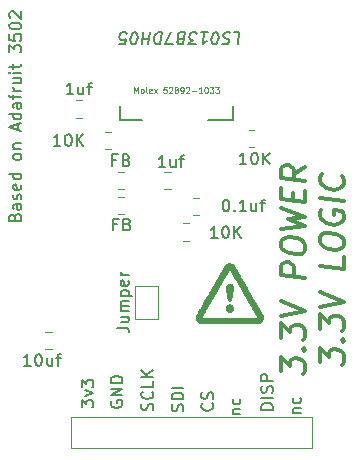
<source format=gbr>
G04 #@! TF.GenerationSoftware,KiCad,Pcbnew,(5.1.10)-1*
G04 #@! TF.CreationDate,2021-09-08T10:41:52-04:00*
G04 #@! TF.ProjectId,SharpDisplayPcb,53686172-7044-4697-9370-6c6179506362,rev?*
G04 #@! TF.SameCoordinates,Original*
G04 #@! TF.FileFunction,Legend,Top*
G04 #@! TF.FilePolarity,Positive*
%FSLAX46Y46*%
G04 Gerber Fmt 4.6, Leading zero omitted, Abs format (unit mm)*
G04 Created by KiCad (PCBNEW (5.1.10)-1) date 2021-09-08 10:41:52*
%MOMM*%
%LPD*%
G01*
G04 APERTURE LIST*
%ADD10C,0.150000*%
%ADD11C,0.300000*%
%ADD12C,0.127000*%
%ADD13C,0.010000*%
%ADD14C,0.120000*%
%ADD15C,0.200000*%
%ADD16C,0.100000*%
%ADD17O,1.700000X1.700000*%
%ADD18R,1.700000X1.700000*%
%ADD19C,1.700000*%
%ADD20R,1.500000X1.000000*%
%ADD21C,4.000000*%
G04 APERTURE END LIST*
D10*
X93908571Y-85612809D02*
X93956190Y-85469952D01*
X94003809Y-85422333D01*
X94099047Y-85374714D01*
X94241904Y-85374714D01*
X94337142Y-85422333D01*
X94384761Y-85469952D01*
X94432380Y-85565190D01*
X94432380Y-85946142D01*
X93432380Y-85946142D01*
X93432380Y-85612809D01*
X93480000Y-85517571D01*
X93527619Y-85469952D01*
X93622857Y-85422333D01*
X93718095Y-85422333D01*
X93813333Y-85469952D01*
X93860952Y-85517571D01*
X93908571Y-85612809D01*
X93908571Y-85946142D01*
X94432380Y-84517571D02*
X93908571Y-84517571D01*
X93813333Y-84565190D01*
X93765714Y-84660428D01*
X93765714Y-84850904D01*
X93813333Y-84946142D01*
X94384761Y-84517571D02*
X94432380Y-84612809D01*
X94432380Y-84850904D01*
X94384761Y-84946142D01*
X94289523Y-84993761D01*
X94194285Y-84993761D01*
X94099047Y-84946142D01*
X94051428Y-84850904D01*
X94051428Y-84612809D01*
X94003809Y-84517571D01*
X94384761Y-84089000D02*
X94432380Y-83993761D01*
X94432380Y-83803285D01*
X94384761Y-83708047D01*
X94289523Y-83660428D01*
X94241904Y-83660428D01*
X94146666Y-83708047D01*
X94099047Y-83803285D01*
X94099047Y-83946142D01*
X94051428Y-84041380D01*
X93956190Y-84089000D01*
X93908571Y-84089000D01*
X93813333Y-84041380D01*
X93765714Y-83946142D01*
X93765714Y-83803285D01*
X93813333Y-83708047D01*
X94384761Y-82850904D02*
X94432380Y-82946142D01*
X94432380Y-83136619D01*
X94384761Y-83231857D01*
X94289523Y-83279476D01*
X93908571Y-83279476D01*
X93813333Y-83231857D01*
X93765714Y-83136619D01*
X93765714Y-82946142D01*
X93813333Y-82850904D01*
X93908571Y-82803285D01*
X94003809Y-82803285D01*
X94099047Y-83279476D01*
X94432380Y-81946142D02*
X93432380Y-81946142D01*
X94384761Y-81946142D02*
X94432380Y-82041380D01*
X94432380Y-82231857D01*
X94384761Y-82327095D01*
X94337142Y-82374714D01*
X94241904Y-82422333D01*
X93956190Y-82422333D01*
X93860952Y-82374714D01*
X93813333Y-82327095D01*
X93765714Y-82231857D01*
X93765714Y-82041380D01*
X93813333Y-81946142D01*
X94432380Y-80565190D02*
X94384761Y-80660428D01*
X94337142Y-80708047D01*
X94241904Y-80755666D01*
X93956190Y-80755666D01*
X93860952Y-80708047D01*
X93813333Y-80660428D01*
X93765714Y-80565190D01*
X93765714Y-80422333D01*
X93813333Y-80327095D01*
X93860952Y-80279476D01*
X93956190Y-80231857D01*
X94241904Y-80231857D01*
X94337142Y-80279476D01*
X94384761Y-80327095D01*
X94432380Y-80422333D01*
X94432380Y-80565190D01*
X93765714Y-79803285D02*
X94432380Y-79803285D01*
X93860952Y-79803285D02*
X93813333Y-79755666D01*
X93765714Y-79660428D01*
X93765714Y-79517571D01*
X93813333Y-79422333D01*
X93908571Y-79374714D01*
X94432380Y-79374714D01*
X94146666Y-78184238D02*
X94146666Y-77708047D01*
X94432380Y-78279476D02*
X93432380Y-77946142D01*
X94432380Y-77612809D01*
X94432380Y-76850904D02*
X93432380Y-76850904D01*
X94384761Y-76850904D02*
X94432380Y-76946142D01*
X94432380Y-77136619D01*
X94384761Y-77231857D01*
X94337142Y-77279476D01*
X94241904Y-77327095D01*
X93956190Y-77327095D01*
X93860952Y-77279476D01*
X93813333Y-77231857D01*
X93765714Y-77136619D01*
X93765714Y-76946142D01*
X93813333Y-76850904D01*
X94432380Y-75946142D02*
X93908571Y-75946142D01*
X93813333Y-75993761D01*
X93765714Y-76089000D01*
X93765714Y-76279476D01*
X93813333Y-76374714D01*
X94384761Y-75946142D02*
X94432380Y-76041380D01*
X94432380Y-76279476D01*
X94384761Y-76374714D01*
X94289523Y-76422333D01*
X94194285Y-76422333D01*
X94099047Y-76374714D01*
X94051428Y-76279476D01*
X94051428Y-76041380D01*
X94003809Y-75946142D01*
X93765714Y-75612809D02*
X93765714Y-75231857D01*
X94432380Y-75469952D02*
X93575238Y-75469952D01*
X93480000Y-75422333D01*
X93432380Y-75327095D01*
X93432380Y-75231857D01*
X94432380Y-74898523D02*
X93765714Y-74898523D01*
X93956190Y-74898523D02*
X93860952Y-74850904D01*
X93813333Y-74803285D01*
X93765714Y-74708047D01*
X93765714Y-74612809D01*
X93765714Y-73850904D02*
X94432380Y-73850904D01*
X93765714Y-74279476D02*
X94289523Y-74279476D01*
X94384761Y-74231857D01*
X94432380Y-74136619D01*
X94432380Y-73993761D01*
X94384761Y-73898523D01*
X94337142Y-73850904D01*
X94432380Y-73374714D02*
X93765714Y-73374714D01*
X93432380Y-73374714D02*
X93480000Y-73422333D01*
X93527619Y-73374714D01*
X93480000Y-73327095D01*
X93432380Y-73374714D01*
X93527619Y-73374714D01*
X93765714Y-73041380D02*
X93765714Y-72660428D01*
X93432380Y-72898523D02*
X94289523Y-72898523D01*
X94384761Y-72850904D01*
X94432380Y-72755666D01*
X94432380Y-72660428D01*
X93432380Y-71660428D02*
X93432380Y-71041380D01*
X93813333Y-71374714D01*
X93813333Y-71231857D01*
X93860952Y-71136619D01*
X93908571Y-71089000D01*
X94003809Y-71041380D01*
X94241904Y-71041380D01*
X94337142Y-71089000D01*
X94384761Y-71136619D01*
X94432380Y-71231857D01*
X94432380Y-71517571D01*
X94384761Y-71612809D01*
X94337142Y-71660428D01*
X93432380Y-70136619D02*
X93432380Y-70612809D01*
X93908571Y-70660428D01*
X93860952Y-70612809D01*
X93813333Y-70517571D01*
X93813333Y-70279476D01*
X93860952Y-70184238D01*
X93908571Y-70136619D01*
X94003809Y-70089000D01*
X94241904Y-70089000D01*
X94337142Y-70136619D01*
X94384761Y-70184238D01*
X94432380Y-70279476D01*
X94432380Y-70517571D01*
X94384761Y-70612809D01*
X94337142Y-70660428D01*
X93432380Y-69469952D02*
X93432380Y-69374714D01*
X93480000Y-69279476D01*
X93527619Y-69231857D01*
X93622857Y-69184238D01*
X93813333Y-69136619D01*
X94051428Y-69136619D01*
X94241904Y-69184238D01*
X94337142Y-69231857D01*
X94384761Y-69279476D01*
X94432380Y-69374714D01*
X94432380Y-69469952D01*
X94384761Y-69565190D01*
X94337142Y-69612809D01*
X94241904Y-69660428D01*
X94051428Y-69708047D01*
X93813333Y-69708047D01*
X93622857Y-69660428D01*
X93527619Y-69612809D01*
X93480000Y-69565190D01*
X93432380Y-69469952D01*
X93527619Y-68755666D02*
X93480000Y-68708047D01*
X93432380Y-68612809D01*
X93432380Y-68374714D01*
X93480000Y-68279476D01*
X93527619Y-68231857D01*
X93622857Y-68184238D01*
X93718095Y-68184238D01*
X93860952Y-68231857D01*
X94432380Y-68803285D01*
X94432380Y-68184238D01*
X117438514Y-102217457D02*
X118105180Y-102217457D01*
X117533752Y-102217457D02*
X117486133Y-102169838D01*
X117438514Y-102074600D01*
X117438514Y-101931742D01*
X117486133Y-101836504D01*
X117581371Y-101788885D01*
X118105180Y-101788885D01*
X118057561Y-100884123D02*
X118105180Y-100979361D01*
X118105180Y-101169838D01*
X118057561Y-101265076D01*
X118009942Y-101312695D01*
X117914704Y-101360314D01*
X117628990Y-101360314D01*
X117533752Y-101312695D01*
X117486133Y-101265076D01*
X117438514Y-101169838D01*
X117438514Y-100979361D01*
X117486133Y-100884123D01*
X115742980Y-101907790D02*
X114742980Y-101907790D01*
X114742980Y-101669695D01*
X114790600Y-101526838D01*
X114885838Y-101431600D01*
X114981076Y-101383980D01*
X115171552Y-101336361D01*
X115314409Y-101336361D01*
X115504885Y-101383980D01*
X115600123Y-101431600D01*
X115695361Y-101526838D01*
X115742980Y-101669695D01*
X115742980Y-101907790D01*
X115742980Y-100907790D02*
X114742980Y-100907790D01*
X115695361Y-100479219D02*
X115742980Y-100336361D01*
X115742980Y-100098266D01*
X115695361Y-100003028D01*
X115647742Y-99955409D01*
X115552504Y-99907790D01*
X115457266Y-99907790D01*
X115362028Y-99955409D01*
X115314409Y-100003028D01*
X115266790Y-100098266D01*
X115219171Y-100288742D01*
X115171552Y-100383980D01*
X115123933Y-100431600D01*
X115028695Y-100479219D01*
X114933457Y-100479219D01*
X114838219Y-100431600D01*
X114790600Y-100383980D01*
X114742980Y-100288742D01*
X114742980Y-100050647D01*
X114790600Y-99907790D01*
X115742980Y-99479219D02*
X114742980Y-99479219D01*
X114742980Y-99098266D01*
X114790600Y-99003028D01*
X114838219Y-98955409D01*
X114933457Y-98907790D01*
X115076314Y-98907790D01*
X115171552Y-98955409D01*
X115219171Y-99003028D01*
X115266790Y-99098266D01*
X115266790Y-99479219D01*
X112333114Y-102319057D02*
X112999780Y-102319057D01*
X112428352Y-102319057D02*
X112380733Y-102271438D01*
X112333114Y-102176200D01*
X112333114Y-102033342D01*
X112380733Y-101938104D01*
X112475971Y-101890485D01*
X112999780Y-101890485D01*
X112952161Y-100985723D02*
X112999780Y-101080961D01*
X112999780Y-101271438D01*
X112952161Y-101366676D01*
X112904542Y-101414295D01*
X112809304Y-101461914D01*
X112523590Y-101461914D01*
X112428352Y-101414295D01*
X112380733Y-101366676D01*
X112333114Y-101271438D01*
X112333114Y-101080961D01*
X112380733Y-100985723D01*
D11*
X116456961Y-98675494D02*
X116456961Y-97437398D01*
X117218866Y-98199303D01*
X117218866Y-97913589D01*
X117314104Y-97735017D01*
X117409342Y-97651684D01*
X117599819Y-97580255D01*
X118076009Y-97639779D01*
X118266485Y-97758827D01*
X118361723Y-97865970D01*
X118456961Y-98068351D01*
X118456961Y-98639779D01*
X118361723Y-98818351D01*
X118266485Y-98901684D01*
X118266485Y-96806446D02*
X118361723Y-96723113D01*
X118456961Y-96830255D01*
X118361723Y-96913589D01*
X118266485Y-96806446D01*
X118456961Y-96830255D01*
X116456961Y-95818351D02*
X116456961Y-94580255D01*
X117218866Y-95342160D01*
X117218866Y-95056446D01*
X117314104Y-94877875D01*
X117409342Y-94794541D01*
X117599819Y-94723113D01*
X118076009Y-94782636D01*
X118266485Y-94901684D01*
X118361723Y-95008827D01*
X118456961Y-95211208D01*
X118456961Y-95782636D01*
X118361723Y-95961208D01*
X118266485Y-96044541D01*
X116456961Y-94008827D02*
X118456961Y-93592160D01*
X116456961Y-92675494D01*
X118456961Y-90735017D02*
X116456961Y-90485017D01*
X116456961Y-89723113D01*
X116552200Y-89544541D01*
X116647438Y-89461208D01*
X116837914Y-89389779D01*
X117123628Y-89425494D01*
X117314104Y-89544541D01*
X117409342Y-89651684D01*
X117504580Y-89854065D01*
X117504580Y-90615970D01*
X116456961Y-88104065D02*
X116456961Y-87723113D01*
X116552200Y-87544541D01*
X116742676Y-87377875D01*
X117123628Y-87330255D01*
X117790295Y-87413589D01*
X118171247Y-87556446D01*
X118361723Y-87770732D01*
X118456961Y-87973113D01*
X118456961Y-88354065D01*
X118361723Y-88532636D01*
X118171247Y-88699303D01*
X117790295Y-88746922D01*
X117123628Y-88663589D01*
X116742676Y-88520732D01*
X116552200Y-88306446D01*
X116456961Y-88104065D01*
X116456961Y-86580255D02*
X118456961Y-86354065D01*
X117028390Y-85794541D01*
X118456961Y-85592160D01*
X116456961Y-84865970D01*
X117409342Y-84223113D02*
X117409342Y-83556446D01*
X118456961Y-83401684D02*
X118456961Y-84354065D01*
X116456961Y-84104065D01*
X116456961Y-83151684D01*
X118456961Y-81401684D02*
X117504580Y-81949303D01*
X118456961Y-82544541D02*
X116456961Y-82294541D01*
X116456961Y-81532636D01*
X116552200Y-81354065D01*
X116647438Y-81270732D01*
X116837914Y-81199303D01*
X117123628Y-81235017D01*
X117314104Y-81354065D01*
X117409342Y-81461208D01*
X117504580Y-81663589D01*
X117504580Y-82425494D01*
X119756961Y-97913589D02*
X119756961Y-96675494D01*
X120518866Y-97437398D01*
X120518866Y-97151684D01*
X120614104Y-96973113D01*
X120709342Y-96889779D01*
X120899819Y-96818351D01*
X121376009Y-96877875D01*
X121566485Y-96996922D01*
X121661723Y-97104065D01*
X121756961Y-97306446D01*
X121756961Y-97877875D01*
X121661723Y-98056446D01*
X121566485Y-98139779D01*
X121566485Y-96044541D02*
X121661723Y-95961208D01*
X121756961Y-96068351D01*
X121661723Y-96151684D01*
X121566485Y-96044541D01*
X121756961Y-96068351D01*
X119756961Y-95056446D02*
X119756961Y-93818351D01*
X120518866Y-94580255D01*
X120518866Y-94294541D01*
X120614104Y-94115970D01*
X120709342Y-94032636D01*
X120899819Y-93961208D01*
X121376009Y-94020732D01*
X121566485Y-94139779D01*
X121661723Y-94246922D01*
X121756961Y-94449303D01*
X121756961Y-95020732D01*
X121661723Y-95199303D01*
X121566485Y-95282636D01*
X119756961Y-93246922D02*
X121756961Y-92830255D01*
X119756961Y-91913589D01*
X121756961Y-89020732D02*
X121756961Y-89973113D01*
X119756961Y-89723113D01*
X119756961Y-87723113D02*
X119756961Y-87342160D01*
X119852200Y-87163589D01*
X120042676Y-86996922D01*
X120423628Y-86949303D01*
X121090295Y-87032636D01*
X121471247Y-87175494D01*
X121661723Y-87389779D01*
X121756961Y-87592160D01*
X121756961Y-87973113D01*
X121661723Y-88151684D01*
X121471247Y-88318351D01*
X121090295Y-88365970D01*
X120423628Y-88282636D01*
X120042676Y-88139779D01*
X119852200Y-87925494D01*
X119756961Y-87723113D01*
X119852200Y-84973113D02*
X119756961Y-85151684D01*
X119756961Y-85437398D01*
X119852200Y-85735017D01*
X120042676Y-85949303D01*
X120233152Y-86068351D01*
X120614104Y-86211208D01*
X120899819Y-86246922D01*
X121280771Y-86199303D01*
X121471247Y-86127875D01*
X121661723Y-85961208D01*
X121756961Y-85687398D01*
X121756961Y-85496922D01*
X121661723Y-85199303D01*
X121566485Y-85092160D01*
X120899819Y-85008827D01*
X120899819Y-85389779D01*
X121756961Y-84258827D02*
X119756961Y-84008827D01*
X121566485Y-82139779D02*
X121661723Y-82246922D01*
X121756961Y-82544541D01*
X121756961Y-82735017D01*
X121661723Y-83008827D01*
X121471247Y-83175494D01*
X121280771Y-83246922D01*
X120899819Y-83294541D01*
X120614104Y-83258827D01*
X120233152Y-83115970D01*
X120042676Y-82996922D01*
X119852200Y-82782636D01*
X119756961Y-82485017D01*
X119756961Y-82294541D01*
X119852200Y-82020732D01*
X119947438Y-81937398D01*
D10*
X110603302Y-101372966D02*
X110650921Y-101420585D01*
X110698540Y-101563442D01*
X110698540Y-101658680D01*
X110650921Y-101801538D01*
X110555683Y-101896776D01*
X110460445Y-101944395D01*
X110269969Y-101992014D01*
X110127112Y-101992014D01*
X109936636Y-101944395D01*
X109841398Y-101896776D01*
X109746160Y-101801538D01*
X109698540Y-101658680D01*
X109698540Y-101563442D01*
X109746160Y-101420585D01*
X109793779Y-101372966D01*
X110650921Y-100992014D02*
X110698540Y-100849157D01*
X110698540Y-100611061D01*
X110650921Y-100515823D01*
X110603302Y-100468204D01*
X110508064Y-100420585D01*
X110412826Y-100420585D01*
X110317588Y-100468204D01*
X110269969Y-100515823D01*
X110222350Y-100611061D01*
X110174731Y-100801538D01*
X110127112Y-100896776D01*
X110079493Y-100944395D01*
X109984255Y-100992014D01*
X109889017Y-100992014D01*
X109793779Y-100944395D01*
X109746160Y-100896776D01*
X109698540Y-100801538D01*
X109698540Y-100563442D01*
X109746160Y-100420585D01*
X108123621Y-102039609D02*
X108171240Y-101896752D01*
X108171240Y-101658657D01*
X108123621Y-101563419D01*
X108076002Y-101515800D01*
X107980764Y-101468180D01*
X107885526Y-101468180D01*
X107790288Y-101515800D01*
X107742669Y-101563419D01*
X107695050Y-101658657D01*
X107647431Y-101849133D01*
X107599812Y-101944371D01*
X107552193Y-101991990D01*
X107456955Y-102039609D01*
X107361717Y-102039609D01*
X107266479Y-101991990D01*
X107218860Y-101944371D01*
X107171240Y-101849133D01*
X107171240Y-101611038D01*
X107218860Y-101468180D01*
X108171240Y-101039609D02*
X107171240Y-101039609D01*
X107171240Y-100801514D01*
X107218860Y-100658657D01*
X107314098Y-100563419D01*
X107409336Y-100515800D01*
X107599812Y-100468180D01*
X107742669Y-100468180D01*
X107933145Y-100515800D01*
X108028383Y-100563419D01*
X108123621Y-100658657D01*
X108171240Y-100801514D01*
X108171240Y-101039609D01*
X108171240Y-100039609D02*
X107171240Y-100039609D01*
X105568381Y-101967136D02*
X105616000Y-101824279D01*
X105616000Y-101586183D01*
X105568381Y-101490945D01*
X105520762Y-101443326D01*
X105425524Y-101395707D01*
X105330286Y-101395707D01*
X105235048Y-101443326D01*
X105187429Y-101490945D01*
X105139810Y-101586183D01*
X105092191Y-101776660D01*
X105044572Y-101871898D01*
X104996953Y-101919517D01*
X104901715Y-101967136D01*
X104806477Y-101967136D01*
X104711239Y-101919517D01*
X104663620Y-101871898D01*
X104616000Y-101776660D01*
X104616000Y-101538564D01*
X104663620Y-101395707D01*
X105520762Y-100395707D02*
X105568381Y-100443326D01*
X105616000Y-100586183D01*
X105616000Y-100681421D01*
X105568381Y-100824279D01*
X105473143Y-100919517D01*
X105377905Y-100967136D01*
X105187429Y-101014755D01*
X105044572Y-101014755D01*
X104854096Y-100967136D01*
X104758858Y-100919517D01*
X104663620Y-100824279D01*
X104616000Y-100681421D01*
X104616000Y-100586183D01*
X104663620Y-100443326D01*
X104711239Y-100395707D01*
X105616000Y-99490945D02*
X105616000Y-99967136D01*
X104616000Y-99967136D01*
X105616000Y-99157612D02*
X104616000Y-99157612D01*
X105616000Y-98586183D02*
X105044572Y-99014755D01*
X104616000Y-98586183D02*
X105187429Y-99157612D01*
X102047420Y-101170644D02*
X101999800Y-101265882D01*
X101999800Y-101408740D01*
X102047420Y-101551597D01*
X102142658Y-101646835D01*
X102237896Y-101694454D01*
X102428372Y-101742073D01*
X102571229Y-101742073D01*
X102761705Y-101694454D01*
X102856943Y-101646835D01*
X102952181Y-101551597D01*
X102999800Y-101408740D01*
X102999800Y-101313501D01*
X102952181Y-101170644D01*
X102904562Y-101123025D01*
X102571229Y-101123025D01*
X102571229Y-101313501D01*
X102999800Y-100694454D02*
X101999800Y-100694454D01*
X102999800Y-100123025D01*
X101999800Y-100123025D01*
X102999800Y-99646835D02*
X101999800Y-99646835D01*
X101999800Y-99408740D01*
X102047420Y-99265882D01*
X102142658Y-99170644D01*
X102237896Y-99123025D01*
X102428372Y-99075406D01*
X102571229Y-99075406D01*
X102761705Y-99123025D01*
X102856943Y-99170644D01*
X102952181Y-99265882D01*
X102999800Y-99408740D01*
X102999800Y-99646835D01*
X99546160Y-101718596D02*
X99546160Y-101099548D01*
X99927113Y-101432881D01*
X99927113Y-101290024D01*
X99974732Y-101194786D01*
X100022351Y-101147167D01*
X100117589Y-101099548D01*
X100355684Y-101099548D01*
X100450922Y-101147167D01*
X100498541Y-101194786D01*
X100546160Y-101290024D01*
X100546160Y-101575739D01*
X100498541Y-101670977D01*
X100450922Y-101718596D01*
X99879494Y-100766215D02*
X100546160Y-100528120D01*
X99879494Y-100290024D01*
X99546160Y-100004310D02*
X99546160Y-99385262D01*
X99927113Y-99718596D01*
X99927113Y-99575739D01*
X99974732Y-99480500D01*
X100022351Y-99432881D01*
X100117589Y-99385262D01*
X100355684Y-99385262D01*
X100450922Y-99432881D01*
X100498541Y-99480500D01*
X100546160Y-99575739D01*
X100546160Y-99861453D01*
X100498541Y-99956691D01*
X100450922Y-100004310D01*
D12*
G04 #@! TO.C,IC1*
X102786780Y-77372920D02*
X102786780Y-76172920D01*
X104686780Y-77372920D02*
X102786780Y-77372920D01*
X112386780Y-77372920D02*
X112386780Y-76172920D01*
X110286780Y-77372920D02*
X112386780Y-77372920D01*
D13*
G04 #@! TO.C,G\u002A\u002A\u002A*
G36*
X112129255Y-91266075D02*
G01*
X112189388Y-91285338D01*
X112243782Y-91315922D01*
X112291019Y-91356585D01*
X112329679Y-91406083D01*
X112358345Y-91463170D01*
X112375599Y-91526605D01*
X112376573Y-91532777D01*
X112377838Y-91542632D01*
X112378601Y-91553082D01*
X112378711Y-91565185D01*
X112378022Y-91579997D01*
X112376385Y-91598578D01*
X112373652Y-91621983D01*
X112369676Y-91651272D01*
X112364307Y-91687501D01*
X112357398Y-91731728D01*
X112348800Y-91785010D01*
X112338367Y-91848406D01*
X112325949Y-91922973D01*
X112311398Y-92009768D01*
X112301737Y-92067238D01*
X112287875Y-92149140D01*
X112274439Y-92227563D01*
X112261644Y-92301300D01*
X112249709Y-92369145D01*
X112238850Y-92429889D01*
X112229284Y-92482326D01*
X112221229Y-92525249D01*
X112214902Y-92557449D01*
X112210520Y-92577720D01*
X112208816Y-92583928D01*
X112190283Y-92616333D01*
X112161830Y-92645246D01*
X112127645Y-92667105D01*
X112099296Y-92677053D01*
X112078236Y-92681239D01*
X112063211Y-92683619D01*
X112059161Y-92683844D01*
X112049735Y-92681947D01*
X112032070Y-92678105D01*
X112024904Y-92676506D01*
X111994513Y-92663956D01*
X111964160Y-92641920D01*
X111938262Y-92614327D01*
X111921237Y-92585104D01*
X111920793Y-92583928D01*
X111917792Y-92572064D01*
X111912704Y-92547485D01*
X111905745Y-92511400D01*
X111897132Y-92465014D01*
X111887084Y-92409536D01*
X111875816Y-92346173D01*
X111863547Y-92276132D01*
X111850494Y-92200621D01*
X111836874Y-92120845D01*
X111827813Y-92067238D01*
X111811923Y-91972742D01*
X111798254Y-91891100D01*
X111786658Y-91821252D01*
X111776987Y-91762143D01*
X111769093Y-91712714D01*
X111762827Y-91671907D01*
X111758042Y-91638666D01*
X111754589Y-91611931D01*
X111752320Y-91590647D01*
X111751088Y-91573754D01*
X111750744Y-91560195D01*
X111751139Y-91548914D01*
X111752127Y-91538851D01*
X111752969Y-91532777D01*
X111769173Y-91468741D01*
X111796898Y-91410970D01*
X111834730Y-91360703D01*
X111881259Y-91319177D01*
X111935070Y-91287631D01*
X111994753Y-91267303D01*
X112058894Y-91259432D01*
X112064800Y-91259377D01*
X112129255Y-91266075D01*
G37*
X112129255Y-91266075D02*
X112189388Y-91285338D01*
X112243782Y-91315922D01*
X112291019Y-91356585D01*
X112329679Y-91406083D01*
X112358345Y-91463170D01*
X112375599Y-91526605D01*
X112376573Y-91532777D01*
X112377838Y-91542632D01*
X112378601Y-91553082D01*
X112378711Y-91565185D01*
X112378022Y-91579997D01*
X112376385Y-91598578D01*
X112373652Y-91621983D01*
X112369676Y-91651272D01*
X112364307Y-91687501D01*
X112357398Y-91731728D01*
X112348800Y-91785010D01*
X112338367Y-91848406D01*
X112325949Y-91922973D01*
X112311398Y-92009768D01*
X112301737Y-92067238D01*
X112287875Y-92149140D01*
X112274439Y-92227563D01*
X112261644Y-92301300D01*
X112249709Y-92369145D01*
X112238850Y-92429889D01*
X112229284Y-92482326D01*
X112221229Y-92525249D01*
X112214902Y-92557449D01*
X112210520Y-92577720D01*
X112208816Y-92583928D01*
X112190283Y-92616333D01*
X112161830Y-92645246D01*
X112127645Y-92667105D01*
X112099296Y-92677053D01*
X112078236Y-92681239D01*
X112063211Y-92683619D01*
X112059161Y-92683844D01*
X112049735Y-92681947D01*
X112032070Y-92678105D01*
X112024904Y-92676506D01*
X111994513Y-92663956D01*
X111964160Y-92641920D01*
X111938262Y-92614327D01*
X111921237Y-92585104D01*
X111920793Y-92583928D01*
X111917792Y-92572064D01*
X111912704Y-92547485D01*
X111905745Y-92511400D01*
X111897132Y-92465014D01*
X111887084Y-92409536D01*
X111875816Y-92346173D01*
X111863547Y-92276132D01*
X111850494Y-92200621D01*
X111836874Y-92120845D01*
X111827813Y-92067238D01*
X111811923Y-91972742D01*
X111798254Y-91891100D01*
X111786658Y-91821252D01*
X111776987Y-91762143D01*
X111769093Y-91712714D01*
X111762827Y-91671907D01*
X111758042Y-91638666D01*
X111754589Y-91611931D01*
X111752320Y-91590647D01*
X111751088Y-91573754D01*
X111750744Y-91560195D01*
X111751139Y-91548914D01*
X111752127Y-91538851D01*
X111752969Y-91532777D01*
X111769173Y-91468741D01*
X111796898Y-91410970D01*
X111834730Y-91360703D01*
X111881259Y-91319177D01*
X111935070Y-91287631D01*
X111994753Y-91267303D01*
X112058894Y-91259432D01*
X112064800Y-91259377D01*
X112129255Y-91266075D01*
G36*
X112112425Y-93008666D02*
G01*
X112175184Y-93025789D01*
X112231175Y-93053942D01*
X112279532Y-93091552D01*
X112319389Y-93137046D01*
X112349880Y-93188851D01*
X112370138Y-93245392D01*
X112379297Y-93305097D01*
X112376492Y-93366393D01*
X112360856Y-93427706D01*
X112353353Y-93446278D01*
X112321495Y-93501694D01*
X112279473Y-93548792D01*
X112229199Y-93586554D01*
X112172584Y-93613963D01*
X112111539Y-93630002D01*
X112047978Y-93633653D01*
X112009213Y-93629437D01*
X111949035Y-93612189D01*
X111894544Y-93583352D01*
X111846958Y-93544650D01*
X111807496Y-93497803D01*
X111777378Y-93444535D01*
X111757821Y-93386569D01*
X111750046Y-93325626D01*
X111754219Y-93269139D01*
X111771601Y-93207322D01*
X111800256Y-93151574D01*
X111838578Y-93103063D01*
X111884965Y-93062955D01*
X111937813Y-93032415D01*
X111995518Y-93012609D01*
X112056477Y-93004704D01*
X112112425Y-93008666D01*
G37*
X112112425Y-93008666D02*
X112175184Y-93025789D01*
X112231175Y-93053942D01*
X112279532Y-93091552D01*
X112319389Y-93137046D01*
X112349880Y-93188851D01*
X112370138Y-93245392D01*
X112379297Y-93305097D01*
X112376492Y-93366393D01*
X112360856Y-93427706D01*
X112353353Y-93446278D01*
X112321495Y-93501694D01*
X112279473Y-93548792D01*
X112229199Y-93586554D01*
X112172584Y-93613963D01*
X112111539Y-93630002D01*
X112047978Y-93633653D01*
X112009213Y-93629437D01*
X111949035Y-93612189D01*
X111894544Y-93583352D01*
X111846958Y-93544650D01*
X111807496Y-93497803D01*
X111777378Y-93444535D01*
X111757821Y-93386569D01*
X111750046Y-93325626D01*
X111754219Y-93269139D01*
X111771601Y-93207322D01*
X111800256Y-93151574D01*
X111838578Y-93103063D01*
X111884965Y-93062955D01*
X111937813Y-93032415D01*
X111995518Y-93012609D01*
X112056477Y-93004704D01*
X112112425Y-93008666D01*
G36*
X112145567Y-89520476D02*
G01*
X112223002Y-89540333D01*
X112295602Y-89572959D01*
X112361863Y-89617818D01*
X112366333Y-89621493D01*
X112393014Y-89645213D01*
X112417179Y-89670437D01*
X112440616Y-89699525D01*
X112465111Y-89734836D01*
X112492449Y-89778729D01*
X112516668Y-89820044D01*
X112531028Y-89844971D01*
X112551907Y-89881192D01*
X112578770Y-89927780D01*
X112611081Y-89983805D01*
X112648306Y-90048342D01*
X112689908Y-90120462D01*
X112735354Y-90199238D01*
X112784107Y-90283741D01*
X112835632Y-90373046D01*
X112889395Y-90466222D01*
X112944859Y-90562345D01*
X113001490Y-90660484D01*
X113058753Y-90759714D01*
X113116111Y-90859106D01*
X113173031Y-90957733D01*
X113228977Y-91054667D01*
X113283413Y-91148980D01*
X113335804Y-91239746D01*
X113373610Y-91305238D01*
X113421196Y-91387677D01*
X113471572Y-91474964D01*
X113523502Y-91564954D01*
X113575747Y-91655501D01*
X113627070Y-91744461D01*
X113676232Y-91829687D01*
X113721997Y-91909033D01*
X113763125Y-91980354D01*
X113796946Y-92039016D01*
X113832490Y-92100668D01*
X113873852Y-92172395D01*
X113919794Y-92252051D01*
X113969079Y-92337491D01*
X114020469Y-92426568D01*
X114072725Y-92517137D01*
X114124610Y-92607053D01*
X114174886Y-92694169D01*
X114220268Y-92772794D01*
X114263675Y-92847998D01*
X114306652Y-92922470D01*
X114348416Y-92994853D01*
X114388183Y-93063785D01*
X114425168Y-93127909D01*
X114458589Y-93185866D01*
X114487661Y-93236296D01*
X114511601Y-93277841D01*
X114529624Y-93309141D01*
X114535641Y-93319600D01*
X114555211Y-93353608D01*
X114580486Y-93397479D01*
X114610105Y-93448858D01*
X114642713Y-93505393D01*
X114676951Y-93564727D01*
X114711461Y-93624508D01*
X114738007Y-93670475D01*
X114769171Y-93724835D01*
X114798712Y-93777146D01*
X114825720Y-93825736D01*
X114849283Y-93868934D01*
X114868491Y-93905069D01*
X114882432Y-93932468D01*
X114890195Y-93949461D01*
X114890429Y-93950070D01*
X114911662Y-94026234D01*
X114919381Y-94105060D01*
X114913570Y-94185104D01*
X114894216Y-94264922D01*
X114893532Y-94266979D01*
X114862269Y-94338664D01*
X114819149Y-94403777D01*
X114765302Y-94461261D01*
X114701860Y-94510058D01*
X114629952Y-94549114D01*
X114565995Y-94572968D01*
X114561769Y-94574132D01*
X114556702Y-94575223D01*
X114550348Y-94576245D01*
X114542261Y-94577201D01*
X114531997Y-94578092D01*
X114519108Y-94578922D01*
X114503151Y-94579692D01*
X114483680Y-94580405D01*
X114460248Y-94581065D01*
X114432412Y-94581672D01*
X114399724Y-94582230D01*
X114361741Y-94582742D01*
X114318016Y-94583209D01*
X114268104Y-94583635D01*
X114211560Y-94584021D01*
X114147938Y-94584370D01*
X114076793Y-94584686D01*
X113997679Y-94584969D01*
X113910151Y-94585224D01*
X113813763Y-94585452D01*
X113708070Y-94585655D01*
X113592627Y-94585837D01*
X113466988Y-94586000D01*
X113330708Y-94586146D01*
X113183341Y-94586277D01*
X113024441Y-94586398D01*
X112853564Y-94586508D01*
X112670264Y-94586613D01*
X112474096Y-94586713D01*
X112264613Y-94586811D01*
X112089495Y-94586889D01*
X111904596Y-94586954D01*
X111723133Y-94586983D01*
X111545626Y-94586980D01*
X111372594Y-94586943D01*
X111204556Y-94586875D01*
X111042033Y-94586777D01*
X110885544Y-94586649D01*
X110735609Y-94586493D01*
X110592748Y-94586309D01*
X110457480Y-94586098D01*
X110330324Y-94585862D01*
X110211802Y-94585602D01*
X110102431Y-94585318D01*
X110002733Y-94585012D01*
X109913226Y-94584684D01*
X109834430Y-94584336D01*
X109766866Y-94583969D01*
X109711052Y-94583583D01*
X109667508Y-94583179D01*
X109636755Y-94582760D01*
X109619311Y-94582325D01*
X109615602Y-94582083D01*
X109559036Y-94569576D01*
X109500481Y-94549504D01*
X109447672Y-94524523D01*
X109447189Y-94524252D01*
X109418518Y-94504760D01*
X109385211Y-94476910D01*
X109350571Y-94444006D01*
X109317905Y-94409352D01*
X109290517Y-94376254D01*
X109272648Y-94349711D01*
X109239298Y-94276700D01*
X109218607Y-94199832D01*
X109210725Y-94121098D01*
X109211339Y-94111586D01*
X109682327Y-94111586D01*
X109689055Y-94111991D01*
X109709380Y-94112388D01*
X109742790Y-94112776D01*
X109788772Y-94113154D01*
X109846812Y-94113520D01*
X109916396Y-94113873D01*
X109997013Y-94114212D01*
X110088147Y-94114537D01*
X110189288Y-94114845D01*
X110299920Y-94115137D01*
X110419531Y-94115409D01*
X110547607Y-94115663D01*
X110683636Y-94115895D01*
X110827104Y-94116106D01*
X110977498Y-94116294D01*
X111134305Y-94116458D01*
X111297011Y-94116596D01*
X111465103Y-94116709D01*
X111638068Y-94116793D01*
X111815393Y-94116849D01*
X111996565Y-94116875D01*
X112060856Y-94116877D01*
X112299179Y-94116862D01*
X112523611Y-94116815D01*
X112734374Y-94116737D01*
X112931688Y-94116626D01*
X113115774Y-94116482D01*
X113286852Y-94116304D01*
X113445144Y-94116092D01*
X113590870Y-94115844D01*
X113724250Y-94115560D01*
X113845506Y-94115239D01*
X113954859Y-94114880D01*
X114052528Y-94114484D01*
X114138735Y-94114049D01*
X114213701Y-94113574D01*
X114277646Y-94113058D01*
X114330790Y-94112502D01*
X114373356Y-94111904D01*
X114405563Y-94111264D01*
X114427632Y-94110581D01*
X114439784Y-94109853D01*
X114442523Y-94109274D01*
X114439100Y-94101563D01*
X114429382Y-94083141D01*
X114414190Y-94055481D01*
X114394350Y-94020057D01*
X114370683Y-93978341D01*
X114344013Y-93931807D01*
X114323238Y-93895844D01*
X114296203Y-93849157D01*
X114262488Y-93790871D01*
X114222455Y-93721612D01*
X114176467Y-93642008D01*
X114124886Y-93552689D01*
X114068075Y-93454280D01*
X114006395Y-93347411D01*
X113940209Y-93232709D01*
X113869881Y-93110802D01*
X113795771Y-92982318D01*
X113718242Y-92847885D01*
X113637657Y-92708130D01*
X113573244Y-92596405D01*
X113547103Y-92551071D01*
X113520674Y-92505253D01*
X113495670Y-92461919D01*
X113473806Y-92424041D01*
X113456794Y-92394589D01*
X113453139Y-92388266D01*
X113438527Y-92362969D01*
X113418403Y-92328091D01*
X113394292Y-92286282D01*
X113367723Y-92240190D01*
X113340223Y-92192464D01*
X113322956Y-92162488D01*
X113289528Y-92104456D01*
X113256393Y-92046952D01*
X113222767Y-91988619D01*
X113187867Y-91928099D01*
X113150909Y-91864035D01*
X113111110Y-91795067D01*
X113067686Y-91719839D01*
X113019854Y-91636991D01*
X112966830Y-91545168D01*
X112907831Y-91443009D01*
X112883272Y-91400488D01*
X112826333Y-91301899D01*
X112774921Y-91212864D01*
X112727501Y-91130722D01*
X112682538Y-91052812D01*
X112638496Y-90976472D01*
X112593839Y-90899042D01*
X112547032Y-90817859D01*
X112496539Y-90730261D01*
X112459913Y-90666711D01*
X112433583Y-90621035D01*
X112402480Y-90567098D01*
X112368887Y-90508856D01*
X112335086Y-90450268D01*
X112303360Y-90395291D01*
X112293052Y-90377433D01*
X112263438Y-90326122D01*
X112231706Y-90271126D01*
X112199929Y-90216038D01*
X112170180Y-90164452D01*
X112144530Y-90119961D01*
X112135349Y-90104030D01*
X112114371Y-90068040D01*
X112095630Y-90036679D01*
X112080303Y-90011848D01*
X112069562Y-89995448D01*
X112064582Y-89989380D01*
X112064546Y-89989377D01*
X112060853Y-89994176D01*
X112051642Y-90008720D01*
X112036783Y-90033228D01*
X112016150Y-90067919D01*
X111989614Y-90113013D01*
X111957047Y-90168729D01*
X111918323Y-90235287D01*
X111873313Y-90312906D01*
X111821889Y-90401805D01*
X111763923Y-90502205D01*
X111699289Y-90614323D01*
X111627857Y-90738381D01*
X111591961Y-90800766D01*
X111563674Y-90849912D01*
X111532166Y-90904604D01*
X111500133Y-90960170D01*
X111470266Y-91011938D01*
X111449609Y-91047711D01*
X111429759Y-91082081D01*
X111404255Y-91126266D01*
X111374487Y-91177856D01*
X111341847Y-91234439D01*
X111307725Y-91293604D01*
X111273512Y-91352940D01*
X111250169Y-91393433D01*
X111217457Y-91450176D01*
X111184500Y-91507334D01*
X111152558Y-91562720D01*
X111122893Y-91614146D01*
X111096767Y-91659425D01*
X111075442Y-91696370D01*
X111062955Y-91717988D01*
X111044194Y-91750468D01*
X111020024Y-91792330D01*
X110992084Y-91840733D01*
X110962015Y-91892835D01*
X110931458Y-91945795D01*
X110906172Y-91989627D01*
X110842604Y-92099830D01*
X110785368Y-92199051D01*
X110733747Y-92288535D01*
X110687024Y-92369525D01*
X110644480Y-92443264D01*
X110605400Y-92510995D01*
X110569065Y-92573962D01*
X110534759Y-92633407D01*
X110501763Y-92690575D01*
X110469361Y-92746708D01*
X110466521Y-92751627D01*
X110432620Y-92810363D01*
X110395458Y-92874762D01*
X110357117Y-92941218D01*
X110319677Y-93006124D01*
X110285219Y-93065875D01*
X110256902Y-93114988D01*
X110175428Y-93256331D01*
X110100836Y-93385732D01*
X110032962Y-93503475D01*
X109971644Y-93609846D01*
X109916716Y-93705129D01*
X109868014Y-93789607D01*
X109825376Y-93863566D01*
X109788636Y-93927289D01*
X109757632Y-93981062D01*
X109732198Y-94025167D01*
X109712172Y-94059890D01*
X109697389Y-94085516D01*
X109687685Y-94102327D01*
X109682896Y-94110609D01*
X109682327Y-94111586D01*
X109211339Y-94111586D01*
X109215803Y-94042489D01*
X109233992Y-93965996D01*
X109241927Y-93944016D01*
X109248858Y-93929207D01*
X109262232Y-93903413D01*
X109281378Y-93867838D01*
X109305626Y-93823685D01*
X109334306Y-93772157D01*
X109366747Y-93714457D01*
X109402280Y-93651789D01*
X109440233Y-93585355D01*
X109479938Y-93516359D01*
X109485593Y-93506572D01*
X109529779Y-93430138D01*
X109575788Y-93350535D01*
X109622456Y-93269779D01*
X109668620Y-93189886D01*
X109713113Y-93112872D01*
X109754772Y-93040753D01*
X109792431Y-92975543D01*
X109824927Y-92919260D01*
X109842270Y-92889211D01*
X109935928Y-92726912D01*
X110022864Y-92576260D01*
X110103410Y-92436680D01*
X110177896Y-92307597D01*
X110246656Y-92188435D01*
X110310020Y-92078619D01*
X110368320Y-91977576D01*
X110421888Y-91884729D01*
X110471055Y-91799503D01*
X110516154Y-91721324D01*
X110557516Y-91649617D01*
X110595471Y-91583806D01*
X110630354Y-91523317D01*
X110662493Y-91467575D01*
X110692223Y-91416004D01*
X110719873Y-91368030D01*
X110745776Y-91323077D01*
X110770264Y-91280571D01*
X110793667Y-91239937D01*
X110816319Y-91200599D01*
X110838549Y-91161983D01*
X110849498Y-91142961D01*
X110883390Y-91084110D01*
X110921103Y-91018684D01*
X110960372Y-90950606D01*
X110998933Y-90883800D01*
X111034523Y-90822191D01*
X111059150Y-90779600D01*
X111085951Y-90733251D01*
X111118272Y-90677320D01*
X111154588Y-90614448D01*
X111193371Y-90547280D01*
X111233097Y-90478458D01*
X111272238Y-90410624D01*
X111309270Y-90346423D01*
X111309696Y-90345683D01*
X111367832Y-90244877D01*
X111419351Y-90155572D01*
X111464676Y-90077040D01*
X111504232Y-90008553D01*
X111538443Y-89949383D01*
X111567734Y-89898802D01*
X111592529Y-89856083D01*
X111613252Y-89820498D01*
X111630329Y-89791318D01*
X111644182Y-89767817D01*
X111655237Y-89749267D01*
X111663918Y-89734939D01*
X111670649Y-89724106D01*
X111675854Y-89716040D01*
X111679959Y-89710013D01*
X111682009Y-89707155D01*
X111735346Y-89645832D01*
X111797093Y-89595457D01*
X111866075Y-89556625D01*
X111941114Y-89529929D01*
X112021035Y-89515962D01*
X112064800Y-89513925D01*
X112145567Y-89520476D01*
G37*
X112145567Y-89520476D02*
X112223002Y-89540333D01*
X112295602Y-89572959D01*
X112361863Y-89617818D01*
X112366333Y-89621493D01*
X112393014Y-89645213D01*
X112417179Y-89670437D01*
X112440616Y-89699525D01*
X112465111Y-89734836D01*
X112492449Y-89778729D01*
X112516668Y-89820044D01*
X112531028Y-89844971D01*
X112551907Y-89881192D01*
X112578770Y-89927780D01*
X112611081Y-89983805D01*
X112648306Y-90048342D01*
X112689908Y-90120462D01*
X112735354Y-90199238D01*
X112784107Y-90283741D01*
X112835632Y-90373046D01*
X112889395Y-90466222D01*
X112944859Y-90562345D01*
X113001490Y-90660484D01*
X113058753Y-90759714D01*
X113116111Y-90859106D01*
X113173031Y-90957733D01*
X113228977Y-91054667D01*
X113283413Y-91148980D01*
X113335804Y-91239746D01*
X113373610Y-91305238D01*
X113421196Y-91387677D01*
X113471572Y-91474964D01*
X113523502Y-91564954D01*
X113575747Y-91655501D01*
X113627070Y-91744461D01*
X113676232Y-91829687D01*
X113721997Y-91909033D01*
X113763125Y-91980354D01*
X113796946Y-92039016D01*
X113832490Y-92100668D01*
X113873852Y-92172395D01*
X113919794Y-92252051D01*
X113969079Y-92337491D01*
X114020469Y-92426568D01*
X114072725Y-92517137D01*
X114124610Y-92607053D01*
X114174886Y-92694169D01*
X114220268Y-92772794D01*
X114263675Y-92847998D01*
X114306652Y-92922470D01*
X114348416Y-92994853D01*
X114388183Y-93063785D01*
X114425168Y-93127909D01*
X114458589Y-93185866D01*
X114487661Y-93236296D01*
X114511601Y-93277841D01*
X114529624Y-93309141D01*
X114535641Y-93319600D01*
X114555211Y-93353608D01*
X114580486Y-93397479D01*
X114610105Y-93448858D01*
X114642713Y-93505393D01*
X114676951Y-93564727D01*
X114711461Y-93624508D01*
X114738007Y-93670475D01*
X114769171Y-93724835D01*
X114798712Y-93777146D01*
X114825720Y-93825736D01*
X114849283Y-93868934D01*
X114868491Y-93905069D01*
X114882432Y-93932468D01*
X114890195Y-93949461D01*
X114890429Y-93950070D01*
X114911662Y-94026234D01*
X114919381Y-94105060D01*
X114913570Y-94185104D01*
X114894216Y-94264922D01*
X114893532Y-94266979D01*
X114862269Y-94338664D01*
X114819149Y-94403777D01*
X114765302Y-94461261D01*
X114701860Y-94510058D01*
X114629952Y-94549114D01*
X114565995Y-94572968D01*
X114561769Y-94574132D01*
X114556702Y-94575223D01*
X114550348Y-94576245D01*
X114542261Y-94577201D01*
X114531997Y-94578092D01*
X114519108Y-94578922D01*
X114503151Y-94579692D01*
X114483680Y-94580405D01*
X114460248Y-94581065D01*
X114432412Y-94581672D01*
X114399724Y-94582230D01*
X114361741Y-94582742D01*
X114318016Y-94583209D01*
X114268104Y-94583635D01*
X114211560Y-94584021D01*
X114147938Y-94584370D01*
X114076793Y-94584686D01*
X113997679Y-94584969D01*
X113910151Y-94585224D01*
X113813763Y-94585452D01*
X113708070Y-94585655D01*
X113592627Y-94585837D01*
X113466988Y-94586000D01*
X113330708Y-94586146D01*
X113183341Y-94586277D01*
X113024441Y-94586398D01*
X112853564Y-94586508D01*
X112670264Y-94586613D01*
X112474096Y-94586713D01*
X112264613Y-94586811D01*
X112089495Y-94586889D01*
X111904596Y-94586954D01*
X111723133Y-94586983D01*
X111545626Y-94586980D01*
X111372594Y-94586943D01*
X111204556Y-94586875D01*
X111042033Y-94586777D01*
X110885544Y-94586649D01*
X110735609Y-94586493D01*
X110592748Y-94586309D01*
X110457480Y-94586098D01*
X110330324Y-94585862D01*
X110211802Y-94585602D01*
X110102431Y-94585318D01*
X110002733Y-94585012D01*
X109913226Y-94584684D01*
X109834430Y-94584336D01*
X109766866Y-94583969D01*
X109711052Y-94583583D01*
X109667508Y-94583179D01*
X109636755Y-94582760D01*
X109619311Y-94582325D01*
X109615602Y-94582083D01*
X109559036Y-94569576D01*
X109500481Y-94549504D01*
X109447672Y-94524523D01*
X109447189Y-94524252D01*
X109418518Y-94504760D01*
X109385211Y-94476910D01*
X109350571Y-94444006D01*
X109317905Y-94409352D01*
X109290517Y-94376254D01*
X109272648Y-94349711D01*
X109239298Y-94276700D01*
X109218607Y-94199832D01*
X109210725Y-94121098D01*
X109211339Y-94111586D01*
X109682327Y-94111586D01*
X109689055Y-94111991D01*
X109709380Y-94112388D01*
X109742790Y-94112776D01*
X109788772Y-94113154D01*
X109846812Y-94113520D01*
X109916396Y-94113873D01*
X109997013Y-94114212D01*
X110088147Y-94114537D01*
X110189288Y-94114845D01*
X110299920Y-94115137D01*
X110419531Y-94115409D01*
X110547607Y-94115663D01*
X110683636Y-94115895D01*
X110827104Y-94116106D01*
X110977498Y-94116294D01*
X111134305Y-94116458D01*
X111297011Y-94116596D01*
X111465103Y-94116709D01*
X111638068Y-94116793D01*
X111815393Y-94116849D01*
X111996565Y-94116875D01*
X112060856Y-94116877D01*
X112299179Y-94116862D01*
X112523611Y-94116815D01*
X112734374Y-94116737D01*
X112931688Y-94116626D01*
X113115774Y-94116482D01*
X113286852Y-94116304D01*
X113445144Y-94116092D01*
X113590870Y-94115844D01*
X113724250Y-94115560D01*
X113845506Y-94115239D01*
X113954859Y-94114880D01*
X114052528Y-94114484D01*
X114138735Y-94114049D01*
X114213701Y-94113574D01*
X114277646Y-94113058D01*
X114330790Y-94112502D01*
X114373356Y-94111904D01*
X114405563Y-94111264D01*
X114427632Y-94110581D01*
X114439784Y-94109853D01*
X114442523Y-94109274D01*
X114439100Y-94101563D01*
X114429382Y-94083141D01*
X114414190Y-94055481D01*
X114394350Y-94020057D01*
X114370683Y-93978341D01*
X114344013Y-93931807D01*
X114323238Y-93895844D01*
X114296203Y-93849157D01*
X114262488Y-93790871D01*
X114222455Y-93721612D01*
X114176467Y-93642008D01*
X114124886Y-93552689D01*
X114068075Y-93454280D01*
X114006395Y-93347411D01*
X113940209Y-93232709D01*
X113869881Y-93110802D01*
X113795771Y-92982318D01*
X113718242Y-92847885D01*
X113637657Y-92708130D01*
X113573244Y-92596405D01*
X113547103Y-92551071D01*
X113520674Y-92505253D01*
X113495670Y-92461919D01*
X113473806Y-92424041D01*
X113456794Y-92394589D01*
X113453139Y-92388266D01*
X113438527Y-92362969D01*
X113418403Y-92328091D01*
X113394292Y-92286282D01*
X113367723Y-92240190D01*
X113340223Y-92192464D01*
X113322956Y-92162488D01*
X113289528Y-92104456D01*
X113256393Y-92046952D01*
X113222767Y-91988619D01*
X113187867Y-91928099D01*
X113150909Y-91864035D01*
X113111110Y-91795067D01*
X113067686Y-91719839D01*
X113019854Y-91636991D01*
X112966830Y-91545168D01*
X112907831Y-91443009D01*
X112883272Y-91400488D01*
X112826333Y-91301899D01*
X112774921Y-91212864D01*
X112727501Y-91130722D01*
X112682538Y-91052812D01*
X112638496Y-90976472D01*
X112593839Y-90899042D01*
X112547032Y-90817859D01*
X112496539Y-90730261D01*
X112459913Y-90666711D01*
X112433583Y-90621035D01*
X112402480Y-90567098D01*
X112368887Y-90508856D01*
X112335086Y-90450268D01*
X112303360Y-90395291D01*
X112293052Y-90377433D01*
X112263438Y-90326122D01*
X112231706Y-90271126D01*
X112199929Y-90216038D01*
X112170180Y-90164452D01*
X112144530Y-90119961D01*
X112135349Y-90104030D01*
X112114371Y-90068040D01*
X112095630Y-90036679D01*
X112080303Y-90011848D01*
X112069562Y-89995448D01*
X112064582Y-89989380D01*
X112064546Y-89989377D01*
X112060853Y-89994176D01*
X112051642Y-90008720D01*
X112036783Y-90033228D01*
X112016150Y-90067919D01*
X111989614Y-90113013D01*
X111957047Y-90168729D01*
X111918323Y-90235287D01*
X111873313Y-90312906D01*
X111821889Y-90401805D01*
X111763923Y-90502205D01*
X111699289Y-90614323D01*
X111627857Y-90738381D01*
X111591961Y-90800766D01*
X111563674Y-90849912D01*
X111532166Y-90904604D01*
X111500133Y-90960170D01*
X111470266Y-91011938D01*
X111449609Y-91047711D01*
X111429759Y-91082081D01*
X111404255Y-91126266D01*
X111374487Y-91177856D01*
X111341847Y-91234439D01*
X111307725Y-91293604D01*
X111273512Y-91352940D01*
X111250169Y-91393433D01*
X111217457Y-91450176D01*
X111184500Y-91507334D01*
X111152558Y-91562720D01*
X111122893Y-91614146D01*
X111096767Y-91659425D01*
X111075442Y-91696370D01*
X111062955Y-91717988D01*
X111044194Y-91750468D01*
X111020024Y-91792330D01*
X110992084Y-91840733D01*
X110962015Y-91892835D01*
X110931458Y-91945795D01*
X110906172Y-91989627D01*
X110842604Y-92099830D01*
X110785368Y-92199051D01*
X110733747Y-92288535D01*
X110687024Y-92369525D01*
X110644480Y-92443264D01*
X110605400Y-92510995D01*
X110569065Y-92573962D01*
X110534759Y-92633407D01*
X110501763Y-92690575D01*
X110469361Y-92746708D01*
X110466521Y-92751627D01*
X110432620Y-92810363D01*
X110395458Y-92874762D01*
X110357117Y-92941218D01*
X110319677Y-93006124D01*
X110285219Y-93065875D01*
X110256902Y-93114988D01*
X110175428Y-93256331D01*
X110100836Y-93385732D01*
X110032962Y-93503475D01*
X109971644Y-93609846D01*
X109916716Y-93705129D01*
X109868014Y-93789607D01*
X109825376Y-93863566D01*
X109788636Y-93927289D01*
X109757632Y-93981062D01*
X109732198Y-94025167D01*
X109712172Y-94059890D01*
X109697389Y-94085516D01*
X109687685Y-94102327D01*
X109682896Y-94110609D01*
X109682327Y-94111586D01*
X109211339Y-94111586D01*
X109215803Y-94042489D01*
X109233992Y-93965996D01*
X109241927Y-93944016D01*
X109248858Y-93929207D01*
X109262232Y-93903413D01*
X109281378Y-93867838D01*
X109305626Y-93823685D01*
X109334306Y-93772157D01*
X109366747Y-93714457D01*
X109402280Y-93651789D01*
X109440233Y-93585355D01*
X109479938Y-93516359D01*
X109485593Y-93506572D01*
X109529779Y-93430138D01*
X109575788Y-93350535D01*
X109622456Y-93269779D01*
X109668620Y-93189886D01*
X109713113Y-93112872D01*
X109754772Y-93040753D01*
X109792431Y-92975543D01*
X109824927Y-92919260D01*
X109842270Y-92889211D01*
X109935928Y-92726912D01*
X110022864Y-92576260D01*
X110103410Y-92436680D01*
X110177896Y-92307597D01*
X110246656Y-92188435D01*
X110310020Y-92078619D01*
X110368320Y-91977576D01*
X110421888Y-91884729D01*
X110471055Y-91799503D01*
X110516154Y-91721324D01*
X110557516Y-91649617D01*
X110595471Y-91583806D01*
X110630354Y-91523317D01*
X110662493Y-91467575D01*
X110692223Y-91416004D01*
X110719873Y-91368030D01*
X110745776Y-91323077D01*
X110770264Y-91280571D01*
X110793667Y-91239937D01*
X110816319Y-91200599D01*
X110838549Y-91161983D01*
X110849498Y-91142961D01*
X110883390Y-91084110D01*
X110921103Y-91018684D01*
X110960372Y-90950606D01*
X110998933Y-90883800D01*
X111034523Y-90822191D01*
X111059150Y-90779600D01*
X111085951Y-90733251D01*
X111118272Y-90677320D01*
X111154588Y-90614448D01*
X111193371Y-90547280D01*
X111233097Y-90478458D01*
X111272238Y-90410624D01*
X111309270Y-90346423D01*
X111309696Y-90345683D01*
X111367832Y-90244877D01*
X111419351Y-90155572D01*
X111464676Y-90077040D01*
X111504232Y-90008553D01*
X111538443Y-89949383D01*
X111567734Y-89898802D01*
X111592529Y-89856083D01*
X111613252Y-89820498D01*
X111630329Y-89791318D01*
X111644182Y-89767817D01*
X111655237Y-89749267D01*
X111663918Y-89734939D01*
X111670649Y-89724106D01*
X111675854Y-89716040D01*
X111679959Y-89710013D01*
X111682009Y-89707155D01*
X111735346Y-89645832D01*
X111797093Y-89595457D01*
X111866075Y-89556625D01*
X111941114Y-89529929D01*
X112021035Y-89515962D01*
X112064800Y-89513925D01*
X112145567Y-89520476D01*
D14*
G04 #@! TO.C,J1*
X119079100Y-105186100D02*
X119079100Y-102526100D01*
X98639100Y-105186100D02*
X119079100Y-105186100D01*
X98648300Y-102526100D02*
X119079100Y-102526100D01*
X98639100Y-105186100D02*
X98648300Y-102526100D01*
G04 #@! TO.C,JP1*
X106050000Y-94275000D02*
X104050000Y-94275000D01*
X106050000Y-91475000D02*
X106050000Y-94275000D01*
X104050000Y-91475000D02*
X106050000Y-91475000D01*
X104050000Y-94275000D02*
X104050000Y-91475000D01*
G04 #@! TO.C,R3*
X108172936Y-87610000D02*
X108627064Y-87610000D01*
X108172936Y-86140000D02*
X108627064Y-86140000D01*
G04 #@! TO.C,R2*
X102027064Y-78390000D02*
X101572936Y-78390000D01*
X102027064Y-79860000D02*
X101572936Y-79860000D01*
G04 #@! TO.C,R1*
X114152064Y-78240000D02*
X113697936Y-78240000D01*
X114152064Y-79710000D02*
X113697936Y-79710000D01*
G04 #@! TO.C,C4*
X99561252Y-75715000D02*
X99038748Y-75715000D01*
X99561252Y-77185000D02*
X99038748Y-77185000D01*
G04 #@! TO.C,C3*
X107089752Y-81764200D02*
X106567248Y-81764200D01*
X107089752Y-83234200D02*
X106567248Y-83234200D01*
G04 #@! TO.C,C2*
X109000748Y-85456700D02*
X109523252Y-85456700D01*
X109000748Y-83986700D02*
X109523252Y-83986700D01*
G04 #@! TO.C,C1*
X97011252Y-95315000D02*
X96488748Y-95315000D01*
X97011252Y-96785000D02*
X96488748Y-96785000D01*
G04 #@! TO.C,FB2*
X102655848Y-83922800D02*
X103178352Y-83922800D01*
X102655848Y-85342800D02*
X103178352Y-85342800D01*
G04 #@! TO.C,FB1*
X102608748Y-81776500D02*
X103131252Y-81776500D01*
X102608748Y-83196500D02*
X103131252Y-83196500D01*
G04 #@! TO.C,IC1*
D15*
X112428571Y-69972619D02*
X112904761Y-69972619D01*
X112779761Y-70972619D01*
X112136904Y-70020238D02*
X112000000Y-69972619D01*
X111761904Y-69972619D01*
X111660714Y-70020238D01*
X111607142Y-70067857D01*
X111547619Y-70163095D01*
X111535714Y-70258333D01*
X111571428Y-70353571D01*
X111613095Y-70401190D01*
X111702380Y-70448809D01*
X111886904Y-70496428D01*
X111976190Y-70544047D01*
X112017857Y-70591666D01*
X112053571Y-70686904D01*
X112041666Y-70782142D01*
X111982142Y-70877380D01*
X111928571Y-70925000D01*
X111827380Y-70972619D01*
X111589285Y-70972619D01*
X111452380Y-70925000D01*
X110827380Y-70972619D02*
X110732142Y-70972619D01*
X110642857Y-70925000D01*
X110601190Y-70877380D01*
X110565476Y-70782142D01*
X110541666Y-70591666D01*
X110571428Y-70353571D01*
X110642857Y-70163095D01*
X110702380Y-70067857D01*
X110755952Y-70020238D01*
X110857142Y-69972619D01*
X110952380Y-69972619D01*
X111041666Y-70020238D01*
X111083333Y-70067857D01*
X111119047Y-70163095D01*
X111142857Y-70353571D01*
X111113095Y-70591666D01*
X111041666Y-70782142D01*
X110982142Y-70877380D01*
X110928571Y-70925000D01*
X110827380Y-70972619D01*
X109666666Y-69972619D02*
X110238095Y-69972619D01*
X109952380Y-69972619D02*
X109827380Y-70972619D01*
X109940476Y-70829761D01*
X110047619Y-70734523D01*
X110148809Y-70686904D01*
X109208333Y-70972619D02*
X108589285Y-70972619D01*
X108970238Y-70591666D01*
X108827380Y-70591666D01*
X108738095Y-70544047D01*
X108696428Y-70496428D01*
X108660714Y-70401190D01*
X108690476Y-70163095D01*
X108750000Y-70067857D01*
X108803571Y-70020238D01*
X108904761Y-69972619D01*
X109190476Y-69972619D01*
X109279761Y-70020238D01*
X109321428Y-70067857D01*
X107886904Y-70496428D02*
X107750000Y-70448809D01*
X107708333Y-70401190D01*
X107672619Y-70305952D01*
X107690476Y-70163095D01*
X107750000Y-70067857D01*
X107803571Y-70020238D01*
X107904761Y-69972619D01*
X108285714Y-69972619D01*
X108160714Y-70972619D01*
X107827380Y-70972619D01*
X107738095Y-70925000D01*
X107696428Y-70877380D01*
X107660714Y-70782142D01*
X107672619Y-70686904D01*
X107732142Y-70591666D01*
X107785714Y-70544047D01*
X107886904Y-70496428D01*
X108220238Y-70496428D01*
X107255952Y-70972619D02*
X106589285Y-70972619D01*
X107142857Y-69972619D01*
X106333333Y-69972619D02*
X106208333Y-70972619D01*
X105970238Y-70972619D01*
X105833333Y-70925000D01*
X105750000Y-70829761D01*
X105714285Y-70734523D01*
X105690476Y-70544047D01*
X105708333Y-70401190D01*
X105779761Y-70210714D01*
X105839285Y-70115476D01*
X105946428Y-70020238D01*
X106095238Y-69972619D01*
X106333333Y-69972619D01*
X105333333Y-69972619D02*
X105208333Y-70972619D01*
X105267857Y-70496428D02*
X104696428Y-70496428D01*
X104761904Y-69972619D02*
X104636904Y-70972619D01*
X103970238Y-70972619D02*
X103875000Y-70972619D01*
X103785714Y-70925000D01*
X103744047Y-70877380D01*
X103708333Y-70782142D01*
X103684523Y-70591666D01*
X103714285Y-70353571D01*
X103785714Y-70163095D01*
X103845238Y-70067857D01*
X103898809Y-70020238D01*
X104000000Y-69972619D01*
X104095238Y-69972619D01*
X104184523Y-70020238D01*
X104226190Y-70067857D01*
X104261904Y-70163095D01*
X104285714Y-70353571D01*
X104255952Y-70591666D01*
X104184523Y-70782142D01*
X104125000Y-70877380D01*
X104071428Y-70925000D01*
X103970238Y-70972619D01*
X102732142Y-70972619D02*
X103208333Y-70972619D01*
X103315476Y-70496428D01*
X103261904Y-70544047D01*
X103160714Y-70591666D01*
X102922619Y-70591666D01*
X102833333Y-70544047D01*
X102791666Y-70496428D01*
X102755952Y-70401190D01*
X102785714Y-70163095D01*
X102845238Y-70067857D01*
X102898809Y-70020238D01*
X103000000Y-69972619D01*
X103238095Y-69972619D01*
X103327380Y-70020238D01*
X103369047Y-70067857D01*
D16*
X104003446Y-75100310D02*
X104003446Y-74600310D01*
X104170113Y-74957453D01*
X104336780Y-74600310D01*
X104336780Y-75100310D01*
X104646303Y-75100310D02*
X104598684Y-75076500D01*
X104574875Y-75052691D01*
X104551065Y-75005072D01*
X104551065Y-74862215D01*
X104574875Y-74814596D01*
X104598684Y-74790786D01*
X104646303Y-74766977D01*
X104717732Y-74766977D01*
X104765351Y-74790786D01*
X104789160Y-74814596D01*
X104812970Y-74862215D01*
X104812970Y-75005072D01*
X104789160Y-75052691D01*
X104765351Y-75076500D01*
X104717732Y-75100310D01*
X104646303Y-75100310D01*
X105098684Y-75100310D02*
X105051065Y-75076500D01*
X105027256Y-75028881D01*
X105027256Y-74600310D01*
X105479637Y-75076500D02*
X105432018Y-75100310D01*
X105336780Y-75100310D01*
X105289160Y-75076500D01*
X105265351Y-75028881D01*
X105265351Y-74838405D01*
X105289160Y-74790786D01*
X105336780Y-74766977D01*
X105432018Y-74766977D01*
X105479637Y-74790786D01*
X105503446Y-74838405D01*
X105503446Y-74886024D01*
X105265351Y-74933643D01*
X105670113Y-75100310D02*
X105932018Y-74766977D01*
X105670113Y-74766977D02*
X105932018Y-75100310D01*
X106741541Y-74600310D02*
X106503446Y-74600310D01*
X106479637Y-74838405D01*
X106503446Y-74814596D01*
X106551065Y-74790786D01*
X106670113Y-74790786D01*
X106717732Y-74814596D01*
X106741541Y-74838405D01*
X106765351Y-74886024D01*
X106765351Y-75005072D01*
X106741541Y-75052691D01*
X106717732Y-75076500D01*
X106670113Y-75100310D01*
X106551065Y-75100310D01*
X106503446Y-75076500D01*
X106479637Y-75052691D01*
X106955827Y-74647929D02*
X106979637Y-74624120D01*
X107027256Y-74600310D01*
X107146303Y-74600310D01*
X107193922Y-74624120D01*
X107217732Y-74647929D01*
X107241541Y-74695548D01*
X107241541Y-74743167D01*
X107217732Y-74814596D01*
X106932018Y-75100310D01*
X107241541Y-75100310D01*
X107527256Y-74814596D02*
X107479637Y-74790786D01*
X107455827Y-74766977D01*
X107432018Y-74719358D01*
X107432018Y-74695548D01*
X107455827Y-74647929D01*
X107479637Y-74624120D01*
X107527256Y-74600310D01*
X107622494Y-74600310D01*
X107670113Y-74624120D01*
X107693922Y-74647929D01*
X107717732Y-74695548D01*
X107717732Y-74719358D01*
X107693922Y-74766977D01*
X107670113Y-74790786D01*
X107622494Y-74814596D01*
X107527256Y-74814596D01*
X107479637Y-74838405D01*
X107455827Y-74862215D01*
X107432018Y-74909834D01*
X107432018Y-75005072D01*
X107455827Y-75052691D01*
X107479637Y-75076500D01*
X107527256Y-75100310D01*
X107622494Y-75100310D01*
X107670113Y-75076500D01*
X107693922Y-75052691D01*
X107717732Y-75005072D01*
X107717732Y-74909834D01*
X107693922Y-74862215D01*
X107670113Y-74838405D01*
X107622494Y-74814596D01*
X107955827Y-75100310D02*
X108051065Y-75100310D01*
X108098684Y-75076500D01*
X108122494Y-75052691D01*
X108170113Y-74981262D01*
X108193922Y-74886024D01*
X108193922Y-74695548D01*
X108170113Y-74647929D01*
X108146303Y-74624120D01*
X108098684Y-74600310D01*
X108003446Y-74600310D01*
X107955827Y-74624120D01*
X107932018Y-74647929D01*
X107908208Y-74695548D01*
X107908208Y-74814596D01*
X107932018Y-74862215D01*
X107955827Y-74886024D01*
X108003446Y-74909834D01*
X108098684Y-74909834D01*
X108146303Y-74886024D01*
X108170113Y-74862215D01*
X108193922Y-74814596D01*
X108384399Y-74647929D02*
X108408208Y-74624120D01*
X108455827Y-74600310D01*
X108574875Y-74600310D01*
X108622494Y-74624120D01*
X108646303Y-74647929D01*
X108670113Y-74695548D01*
X108670113Y-74743167D01*
X108646303Y-74814596D01*
X108360589Y-75100310D01*
X108670113Y-75100310D01*
X108884399Y-74909834D02*
X109265351Y-74909834D01*
X109765351Y-75100310D02*
X109479637Y-75100310D01*
X109622494Y-75100310D02*
X109622494Y-74600310D01*
X109574875Y-74671739D01*
X109527256Y-74719358D01*
X109479637Y-74743167D01*
X110074875Y-74600310D02*
X110122494Y-74600310D01*
X110170113Y-74624120D01*
X110193922Y-74647929D01*
X110217732Y-74695548D01*
X110241541Y-74790786D01*
X110241541Y-74909834D01*
X110217732Y-75005072D01*
X110193922Y-75052691D01*
X110170113Y-75076500D01*
X110122494Y-75100310D01*
X110074875Y-75100310D01*
X110027256Y-75076500D01*
X110003446Y-75052691D01*
X109979637Y-75005072D01*
X109955827Y-74909834D01*
X109955827Y-74790786D01*
X109979637Y-74695548D01*
X110003446Y-74647929D01*
X110027256Y-74624120D01*
X110074875Y-74600310D01*
X110408208Y-74600310D02*
X110717732Y-74600310D01*
X110551065Y-74790786D01*
X110622494Y-74790786D01*
X110670113Y-74814596D01*
X110693922Y-74838405D01*
X110717732Y-74886024D01*
X110717732Y-75005072D01*
X110693922Y-75052691D01*
X110670113Y-75076500D01*
X110622494Y-75100310D01*
X110479637Y-75100310D01*
X110432018Y-75076500D01*
X110408208Y-75052691D01*
X110884399Y-74600310D02*
X111193922Y-74600310D01*
X111027256Y-74790786D01*
X111098684Y-74790786D01*
X111146303Y-74814596D01*
X111170113Y-74838405D01*
X111193922Y-74886024D01*
X111193922Y-75005072D01*
X111170113Y-75052691D01*
X111146303Y-75076500D01*
X111098684Y-75100310D01*
X110955827Y-75100310D01*
X110908208Y-75076500D01*
X110884399Y-75052691D01*
G04 #@! TO.C,JP1*
D10*
X102525580Y-94978266D02*
X103239866Y-94978266D01*
X103382723Y-95025885D01*
X103477961Y-95121123D01*
X103525580Y-95263980D01*
X103525580Y-95359219D01*
X102858914Y-94073504D02*
X103525580Y-94073504D01*
X102858914Y-94502076D02*
X103382723Y-94502076D01*
X103477961Y-94454457D01*
X103525580Y-94359219D01*
X103525580Y-94216361D01*
X103477961Y-94121123D01*
X103430342Y-94073504D01*
X103525580Y-93597314D02*
X102858914Y-93597314D01*
X102954152Y-93597314D02*
X102906533Y-93549695D01*
X102858914Y-93454457D01*
X102858914Y-93311600D01*
X102906533Y-93216361D01*
X103001771Y-93168742D01*
X103525580Y-93168742D01*
X103001771Y-93168742D02*
X102906533Y-93121123D01*
X102858914Y-93025885D01*
X102858914Y-92883028D01*
X102906533Y-92787790D01*
X103001771Y-92740171D01*
X103525580Y-92740171D01*
X102858914Y-92263980D02*
X103858914Y-92263980D01*
X102906533Y-92263980D02*
X102858914Y-92168742D01*
X102858914Y-91978266D01*
X102906533Y-91883028D01*
X102954152Y-91835409D01*
X103049390Y-91787790D01*
X103335104Y-91787790D01*
X103430342Y-91835409D01*
X103477961Y-91883028D01*
X103525580Y-91978266D01*
X103525580Y-92168742D01*
X103477961Y-92263980D01*
X103477961Y-90978266D02*
X103525580Y-91073504D01*
X103525580Y-91263980D01*
X103477961Y-91359219D01*
X103382723Y-91406838D01*
X103001771Y-91406838D01*
X102906533Y-91359219D01*
X102858914Y-91263980D01*
X102858914Y-91073504D01*
X102906533Y-90978266D01*
X103001771Y-90930647D01*
X103097009Y-90930647D01*
X103192247Y-91406838D01*
X103525580Y-90502076D02*
X102858914Y-90502076D01*
X103049390Y-90502076D02*
X102954152Y-90454457D01*
X102906533Y-90406838D01*
X102858914Y-90311600D01*
X102858914Y-90216361D01*
G04 #@! TO.C,R3*
X111084523Y-87377380D02*
X110513095Y-87377380D01*
X110798809Y-87377380D02*
X110798809Y-86377380D01*
X110703571Y-86520238D01*
X110608333Y-86615476D01*
X110513095Y-86663095D01*
X111703571Y-86377380D02*
X111798809Y-86377380D01*
X111894047Y-86425000D01*
X111941666Y-86472619D01*
X111989285Y-86567857D01*
X112036904Y-86758333D01*
X112036904Y-86996428D01*
X111989285Y-87186904D01*
X111941666Y-87282142D01*
X111894047Y-87329761D01*
X111798809Y-87377380D01*
X111703571Y-87377380D01*
X111608333Y-87329761D01*
X111560714Y-87282142D01*
X111513095Y-87186904D01*
X111465476Y-86996428D01*
X111465476Y-86758333D01*
X111513095Y-86567857D01*
X111560714Y-86472619D01*
X111608333Y-86425000D01*
X111703571Y-86377380D01*
X112465476Y-87377380D02*
X112465476Y-86377380D01*
X113036904Y-87377380D02*
X112608333Y-86805952D01*
X113036904Y-86377380D02*
X112465476Y-86948809D01*
G04 #@! TO.C,R2*
X97759523Y-79577380D02*
X97188095Y-79577380D01*
X97473809Y-79577380D02*
X97473809Y-78577380D01*
X97378571Y-78720238D01*
X97283333Y-78815476D01*
X97188095Y-78863095D01*
X98378571Y-78577380D02*
X98473809Y-78577380D01*
X98569047Y-78625000D01*
X98616666Y-78672619D01*
X98664285Y-78767857D01*
X98711904Y-78958333D01*
X98711904Y-79196428D01*
X98664285Y-79386904D01*
X98616666Y-79482142D01*
X98569047Y-79529761D01*
X98473809Y-79577380D01*
X98378571Y-79577380D01*
X98283333Y-79529761D01*
X98235714Y-79482142D01*
X98188095Y-79386904D01*
X98140476Y-79196428D01*
X98140476Y-78958333D01*
X98188095Y-78767857D01*
X98235714Y-78672619D01*
X98283333Y-78625000D01*
X98378571Y-78577380D01*
X99140476Y-79577380D02*
X99140476Y-78577380D01*
X99711904Y-79577380D02*
X99283333Y-79005952D01*
X99711904Y-78577380D02*
X99140476Y-79148809D01*
G04 #@! TO.C,R1*
X113509523Y-81152380D02*
X112938095Y-81152380D01*
X113223809Y-81152380D02*
X113223809Y-80152380D01*
X113128571Y-80295238D01*
X113033333Y-80390476D01*
X112938095Y-80438095D01*
X114128571Y-80152380D02*
X114223809Y-80152380D01*
X114319047Y-80200000D01*
X114366666Y-80247619D01*
X114414285Y-80342857D01*
X114461904Y-80533333D01*
X114461904Y-80771428D01*
X114414285Y-80961904D01*
X114366666Y-81057142D01*
X114319047Y-81104761D01*
X114223809Y-81152380D01*
X114128571Y-81152380D01*
X114033333Y-81104761D01*
X113985714Y-81057142D01*
X113938095Y-80961904D01*
X113890476Y-80771428D01*
X113890476Y-80533333D01*
X113938095Y-80342857D01*
X113985714Y-80247619D01*
X114033333Y-80200000D01*
X114128571Y-80152380D01*
X114890476Y-81152380D02*
X114890476Y-80152380D01*
X115461904Y-81152380D02*
X115033333Y-80580952D01*
X115461904Y-80152380D02*
X114890476Y-80723809D01*
G04 #@! TO.C,C4*
X98847619Y-75222380D02*
X98276190Y-75222380D01*
X98561904Y-75222380D02*
X98561904Y-74222380D01*
X98466666Y-74365238D01*
X98371428Y-74460476D01*
X98276190Y-74508095D01*
X99704761Y-74555714D02*
X99704761Y-75222380D01*
X99276190Y-74555714D02*
X99276190Y-75079523D01*
X99323809Y-75174761D01*
X99419047Y-75222380D01*
X99561904Y-75222380D01*
X99657142Y-75174761D01*
X99704761Y-75127142D01*
X100038095Y-74555714D02*
X100419047Y-74555714D01*
X100180952Y-75222380D02*
X100180952Y-74365238D01*
X100228571Y-74270000D01*
X100323809Y-74222380D01*
X100419047Y-74222380D01*
G04 #@! TO.C,C3*
X106646719Y-81376780D02*
X106075290Y-81376780D01*
X106361004Y-81376780D02*
X106361004Y-80376780D01*
X106265766Y-80519638D01*
X106170528Y-80614876D01*
X106075290Y-80662495D01*
X107503861Y-80710114D02*
X107503861Y-81376780D01*
X107075290Y-80710114D02*
X107075290Y-81233923D01*
X107122909Y-81329161D01*
X107218147Y-81376780D01*
X107361004Y-81376780D01*
X107456242Y-81329161D01*
X107503861Y-81281542D01*
X107837195Y-80710114D02*
X108218147Y-80710114D01*
X107980052Y-81376780D02*
X107980052Y-80519638D01*
X108027671Y-80424400D01*
X108122909Y-80376780D01*
X108218147Y-80376780D01*
G04 #@! TO.C,C2*
X111737000Y-84124080D02*
X111832238Y-84124080D01*
X111927476Y-84171700D01*
X111975095Y-84219319D01*
X112022714Y-84314557D01*
X112070333Y-84505033D01*
X112070333Y-84743128D01*
X112022714Y-84933604D01*
X111975095Y-85028842D01*
X111927476Y-85076461D01*
X111832238Y-85124080D01*
X111737000Y-85124080D01*
X111641761Y-85076461D01*
X111594142Y-85028842D01*
X111546523Y-84933604D01*
X111498904Y-84743128D01*
X111498904Y-84505033D01*
X111546523Y-84314557D01*
X111594142Y-84219319D01*
X111641761Y-84171700D01*
X111737000Y-84124080D01*
X112498904Y-85028842D02*
X112546523Y-85076461D01*
X112498904Y-85124080D01*
X112451285Y-85076461D01*
X112498904Y-85028842D01*
X112498904Y-85124080D01*
X113498904Y-85124080D02*
X112927476Y-85124080D01*
X113213190Y-85124080D02*
X113213190Y-84124080D01*
X113117952Y-84266938D01*
X113022714Y-84362176D01*
X112927476Y-84409795D01*
X114356047Y-84457414D02*
X114356047Y-85124080D01*
X113927476Y-84457414D02*
X113927476Y-84981223D01*
X113975095Y-85076461D01*
X114070333Y-85124080D01*
X114213190Y-85124080D01*
X114308428Y-85076461D01*
X114356047Y-85028842D01*
X114689380Y-84457414D02*
X115070333Y-84457414D01*
X114832238Y-85124080D02*
X114832238Y-84266938D01*
X114879857Y-84171700D01*
X114975095Y-84124080D01*
X115070333Y-84124080D01*
G04 #@! TO.C,C1*
X95246428Y-98202380D02*
X94675000Y-98202380D01*
X94960714Y-98202380D02*
X94960714Y-97202380D01*
X94865476Y-97345238D01*
X94770238Y-97440476D01*
X94675000Y-97488095D01*
X95865476Y-97202380D02*
X95960714Y-97202380D01*
X96055952Y-97250000D01*
X96103571Y-97297619D01*
X96151190Y-97392857D01*
X96198809Y-97583333D01*
X96198809Y-97821428D01*
X96151190Y-98011904D01*
X96103571Y-98107142D01*
X96055952Y-98154761D01*
X95960714Y-98202380D01*
X95865476Y-98202380D01*
X95770238Y-98154761D01*
X95722619Y-98107142D01*
X95675000Y-98011904D01*
X95627380Y-97821428D01*
X95627380Y-97583333D01*
X95675000Y-97392857D01*
X95722619Y-97297619D01*
X95770238Y-97250000D01*
X95865476Y-97202380D01*
X97055952Y-97535714D02*
X97055952Y-98202380D01*
X96627380Y-97535714D02*
X96627380Y-98059523D01*
X96675000Y-98154761D01*
X96770238Y-98202380D01*
X96913095Y-98202380D01*
X97008333Y-98154761D01*
X97055952Y-98107142D01*
X97389285Y-97535714D02*
X97770238Y-97535714D01*
X97532142Y-98202380D02*
X97532142Y-97345238D01*
X97579761Y-97250000D01*
X97675000Y-97202380D01*
X97770238Y-97202380D01*
G04 #@! TO.C,FB2*
X102559957Y-86211371D02*
X102226623Y-86211371D01*
X102226623Y-86735180D02*
X102226623Y-85735180D01*
X102702814Y-85735180D01*
X103417100Y-86211371D02*
X103559957Y-86258990D01*
X103607576Y-86306609D01*
X103655195Y-86401847D01*
X103655195Y-86544704D01*
X103607576Y-86639942D01*
X103559957Y-86687561D01*
X103464719Y-86735180D01*
X103083766Y-86735180D01*
X103083766Y-85735180D01*
X103417100Y-85735180D01*
X103512338Y-85782800D01*
X103559957Y-85830419D01*
X103607576Y-85925657D01*
X103607576Y-86020895D01*
X103559957Y-86116133D01*
X103512338Y-86163752D01*
X103417100Y-86211371D01*
X103083766Y-86211371D01*
G04 #@! TO.C,FB1*
X102492857Y-80778571D02*
X102159523Y-80778571D01*
X102159523Y-81302380D02*
X102159523Y-80302380D01*
X102635714Y-80302380D01*
X103350000Y-80778571D02*
X103492857Y-80826190D01*
X103540476Y-80873809D01*
X103588095Y-80969047D01*
X103588095Y-81111904D01*
X103540476Y-81207142D01*
X103492857Y-81254761D01*
X103397619Y-81302380D01*
X103016666Y-81302380D01*
X103016666Y-80302380D01*
X103350000Y-80302380D01*
X103445238Y-80350000D01*
X103492857Y-80397619D01*
X103540476Y-80492857D01*
X103540476Y-80588095D01*
X103492857Y-80683333D01*
X103445238Y-80730952D01*
X103350000Y-80778571D01*
X103016666Y-80778571D01*
G04 #@! TD*
%LPC*%
D16*
G36*
X105351580Y-93027500D02*
G01*
X104749600Y-93027500D01*
X104749600Y-92722700D01*
X105351580Y-92722700D01*
X105351580Y-93027500D01*
G37*
X105351580Y-93027500D02*
X104749600Y-93027500D01*
X104749600Y-92722700D01*
X105351580Y-92722700D01*
X105351580Y-93027500D01*
G04 #@! TO.C,IC1*
G36*
G01*
X103562980Y-73722920D02*
X103562980Y-75922920D01*
G75*
G02*
X103486780Y-75999120I-76200J0D01*
G01*
X101886780Y-75999120D01*
G75*
G02*
X101810580Y-75922920I0J76200D01*
G01*
X101810580Y-73722920D01*
G75*
G02*
X101886780Y-73646720I76200J0D01*
G01*
X103486780Y-73646720D01*
G75*
G02*
X103562980Y-73722920I0J-76200D01*
G01*
G37*
G36*
G01*
X113362980Y-73722920D02*
X113362980Y-75922920D01*
G75*
G02*
X113286780Y-75999120I-76200J0D01*
G01*
X111686780Y-75999120D01*
G75*
G02*
X111610580Y-75922920I0J76200D01*
G01*
X111610580Y-73722920D01*
G75*
G02*
X111686780Y-73646720I76200J0D01*
G01*
X113286780Y-73646720D01*
G75*
G02*
X113362980Y-73722920I0J-76200D01*
G01*
G37*
G36*
G01*
X105537980Y-77272920D02*
X105537980Y-78672920D01*
G75*
G02*
X105461780Y-78749120I-76200J0D01*
G01*
X105211780Y-78749120D01*
G75*
G02*
X105135580Y-78672920I0J76200D01*
G01*
X105135580Y-77272920D01*
G75*
G02*
X105211780Y-77196720I76200J0D01*
G01*
X105461780Y-77196720D01*
G75*
G02*
X105537980Y-77272920I0J-76200D01*
G01*
G37*
G36*
G01*
X106037980Y-77272920D02*
X106037980Y-78672920D01*
G75*
G02*
X105961780Y-78749120I-76200J0D01*
G01*
X105711780Y-78749120D01*
G75*
G02*
X105635580Y-78672920I0J76200D01*
G01*
X105635580Y-77272920D01*
G75*
G02*
X105711780Y-77196720I76200J0D01*
G01*
X105961780Y-77196720D01*
G75*
G02*
X106037980Y-77272920I0J-76200D01*
G01*
G37*
G36*
G01*
X106537980Y-77272920D02*
X106537980Y-78672920D01*
G75*
G02*
X106461780Y-78749120I-76200J0D01*
G01*
X106211780Y-78749120D01*
G75*
G02*
X106135580Y-78672920I0J76200D01*
G01*
X106135580Y-77272920D01*
G75*
G02*
X106211780Y-77196720I76200J0D01*
G01*
X106461780Y-77196720D01*
G75*
G02*
X106537980Y-77272920I0J-76200D01*
G01*
G37*
G36*
G01*
X107037980Y-77272920D02*
X107037980Y-78672920D01*
G75*
G02*
X106961780Y-78749120I-76200J0D01*
G01*
X106711780Y-78749120D01*
G75*
G02*
X106635580Y-78672920I0J76200D01*
G01*
X106635580Y-77272920D01*
G75*
G02*
X106711780Y-77196720I76200J0D01*
G01*
X106961780Y-77196720D01*
G75*
G02*
X107037980Y-77272920I0J-76200D01*
G01*
G37*
G36*
G01*
X107537980Y-77272920D02*
X107537980Y-78672920D01*
G75*
G02*
X107461780Y-78749120I-76200J0D01*
G01*
X107211780Y-78749120D01*
G75*
G02*
X107135580Y-78672920I0J76200D01*
G01*
X107135580Y-77272920D01*
G75*
G02*
X107211780Y-77196720I76200J0D01*
G01*
X107461780Y-77196720D01*
G75*
G02*
X107537980Y-77272920I0J-76200D01*
G01*
G37*
G36*
G01*
X108037980Y-77272920D02*
X108037980Y-78672920D01*
G75*
G02*
X107961780Y-78749120I-76200J0D01*
G01*
X107711780Y-78749120D01*
G75*
G02*
X107635580Y-78672920I0J76200D01*
G01*
X107635580Y-77272920D01*
G75*
G02*
X107711780Y-77196720I76200J0D01*
G01*
X107961780Y-77196720D01*
G75*
G02*
X108037980Y-77272920I0J-76200D01*
G01*
G37*
G36*
G01*
X108537980Y-77272920D02*
X108537980Y-78672920D01*
G75*
G02*
X108461780Y-78749120I-76200J0D01*
G01*
X108211780Y-78749120D01*
G75*
G02*
X108135580Y-78672920I0J76200D01*
G01*
X108135580Y-77272920D01*
G75*
G02*
X108211780Y-77196720I76200J0D01*
G01*
X108461780Y-77196720D01*
G75*
G02*
X108537980Y-77272920I0J-76200D01*
G01*
G37*
G36*
G01*
X109037980Y-77272920D02*
X109037980Y-78672920D01*
G75*
G02*
X108961780Y-78749120I-76200J0D01*
G01*
X108711780Y-78749120D01*
G75*
G02*
X108635580Y-78672920I0J76200D01*
G01*
X108635580Y-77272920D01*
G75*
G02*
X108711780Y-77196720I76200J0D01*
G01*
X108961780Y-77196720D01*
G75*
G02*
X109037980Y-77272920I0J-76200D01*
G01*
G37*
G36*
G01*
X109537980Y-77272920D02*
X109537980Y-78672920D01*
G75*
G02*
X109461780Y-78749120I-76200J0D01*
G01*
X109211780Y-78749120D01*
G75*
G02*
X109135580Y-78672920I0J76200D01*
G01*
X109135580Y-77272920D01*
G75*
G02*
X109211780Y-77196720I76200J0D01*
G01*
X109461780Y-77196720D01*
G75*
G02*
X109537980Y-77272920I0J-76200D01*
G01*
G37*
G36*
G01*
X110037980Y-77272920D02*
X110037980Y-78672920D01*
G75*
G02*
X109961780Y-78749120I-76200J0D01*
G01*
X109711780Y-78749120D01*
G75*
G02*
X109635580Y-78672920I0J76200D01*
G01*
X109635580Y-77272920D01*
G75*
G02*
X109711780Y-77196720I76200J0D01*
G01*
X109961780Y-77196720D01*
G75*
G02*
X110037980Y-77272920I0J-76200D01*
G01*
G37*
G04 #@! TD*
D17*
G04 #@! TO.C,J1*
X117749100Y-103856100D03*
X115209100Y-103856100D03*
X112669100Y-103856100D03*
X110129100Y-103856100D03*
X107589100Y-103856100D03*
X105049100Y-103856100D03*
D18*
X102509100Y-103856100D03*
D19*
X99969100Y-103856100D03*
G04 #@! TD*
D20*
G04 #@! TO.C,JP1*
X105050000Y-92225000D03*
X105050000Y-93525000D03*
G04 #@! TD*
G04 #@! TO.C,R3*
G36*
G01*
X108800000Y-87325001D02*
X108800000Y-86424999D01*
G75*
G02*
X109049999Y-86175000I249999J0D01*
G01*
X109750001Y-86175000D01*
G75*
G02*
X110000000Y-86424999I0J-249999D01*
G01*
X110000000Y-87325001D01*
G75*
G02*
X109750001Y-87575000I-249999J0D01*
G01*
X109049999Y-87575000D01*
G75*
G02*
X108800000Y-87325001I0J249999D01*
G01*
G37*
G36*
G01*
X106800000Y-87325001D02*
X106800000Y-86424999D01*
G75*
G02*
X107049999Y-86175000I249999J0D01*
G01*
X107750001Y-86175000D01*
G75*
G02*
X108000000Y-86424999I0J-249999D01*
G01*
X108000000Y-87325001D01*
G75*
G02*
X107750001Y-87575000I-249999J0D01*
G01*
X107049999Y-87575000D01*
G75*
G02*
X106800000Y-87325001I0J249999D01*
G01*
G37*
G04 #@! TD*
G04 #@! TO.C,R2*
G36*
G01*
X101400000Y-78674999D02*
X101400000Y-79575001D01*
G75*
G02*
X101150001Y-79825000I-249999J0D01*
G01*
X100449999Y-79825000D01*
G75*
G02*
X100200000Y-79575001I0J249999D01*
G01*
X100200000Y-78674999D01*
G75*
G02*
X100449999Y-78425000I249999J0D01*
G01*
X101150001Y-78425000D01*
G75*
G02*
X101400000Y-78674999I0J-249999D01*
G01*
G37*
G36*
G01*
X103400000Y-78674999D02*
X103400000Y-79575001D01*
G75*
G02*
X103150001Y-79825000I-249999J0D01*
G01*
X102449999Y-79825000D01*
G75*
G02*
X102200000Y-79575001I0J249999D01*
G01*
X102200000Y-78674999D01*
G75*
G02*
X102449999Y-78425000I249999J0D01*
G01*
X103150001Y-78425000D01*
G75*
G02*
X103400000Y-78674999I0J-249999D01*
G01*
G37*
G04 #@! TD*
G04 #@! TO.C,R1*
G36*
G01*
X113525000Y-78524999D02*
X113525000Y-79425001D01*
G75*
G02*
X113275001Y-79675000I-249999J0D01*
G01*
X112574999Y-79675000D01*
G75*
G02*
X112325000Y-79425001I0J249999D01*
G01*
X112325000Y-78524999D01*
G75*
G02*
X112574999Y-78275000I249999J0D01*
G01*
X113275001Y-78275000D01*
G75*
G02*
X113525000Y-78524999I0J-249999D01*
G01*
G37*
G36*
G01*
X115525000Y-78524999D02*
X115525000Y-79425001D01*
G75*
G02*
X115275001Y-79675000I-249999J0D01*
G01*
X114574999Y-79675000D01*
G75*
G02*
X114325000Y-79425001I0J249999D01*
G01*
X114325000Y-78524999D01*
G75*
G02*
X114574999Y-78275000I249999J0D01*
G01*
X115275001Y-78275000D01*
G75*
G02*
X115525000Y-78524999I0J-249999D01*
G01*
G37*
G04 #@! TD*
G04 #@! TO.C,C4*
G36*
G01*
X98850000Y-75975000D02*
X98850000Y-76925000D01*
G75*
G02*
X98600000Y-77175000I-250000J0D01*
G01*
X97925000Y-77175000D01*
G75*
G02*
X97675000Y-76925000I0J250000D01*
G01*
X97675000Y-75975000D01*
G75*
G02*
X97925000Y-75725000I250000J0D01*
G01*
X98600000Y-75725000D01*
G75*
G02*
X98850000Y-75975000I0J-250000D01*
G01*
G37*
G36*
G01*
X100925000Y-75975000D02*
X100925000Y-76925000D01*
G75*
G02*
X100675000Y-77175000I-250000J0D01*
G01*
X100000000Y-77175000D01*
G75*
G02*
X99750000Y-76925000I0J250000D01*
G01*
X99750000Y-75975000D01*
G75*
G02*
X100000000Y-75725000I250000J0D01*
G01*
X100675000Y-75725000D01*
G75*
G02*
X100925000Y-75975000I0J-250000D01*
G01*
G37*
G04 #@! TD*
G04 #@! TO.C,C3*
G36*
G01*
X106378500Y-82024200D02*
X106378500Y-82974200D01*
G75*
G02*
X106128500Y-83224200I-250000J0D01*
G01*
X105453500Y-83224200D01*
G75*
G02*
X105203500Y-82974200I0J250000D01*
G01*
X105203500Y-82024200D01*
G75*
G02*
X105453500Y-81774200I250000J0D01*
G01*
X106128500Y-81774200D01*
G75*
G02*
X106378500Y-82024200I0J-250000D01*
G01*
G37*
G36*
G01*
X108453500Y-82024200D02*
X108453500Y-82974200D01*
G75*
G02*
X108203500Y-83224200I-250000J0D01*
G01*
X107528500Y-83224200D01*
G75*
G02*
X107278500Y-82974200I0J250000D01*
G01*
X107278500Y-82024200D01*
G75*
G02*
X107528500Y-81774200I250000J0D01*
G01*
X108203500Y-81774200D01*
G75*
G02*
X108453500Y-82024200I0J-250000D01*
G01*
G37*
G04 #@! TD*
G04 #@! TO.C,C2*
G36*
G01*
X109712000Y-85196700D02*
X109712000Y-84246700D01*
G75*
G02*
X109962000Y-83996700I250000J0D01*
G01*
X110637000Y-83996700D01*
G75*
G02*
X110887000Y-84246700I0J-250000D01*
G01*
X110887000Y-85196700D01*
G75*
G02*
X110637000Y-85446700I-250000J0D01*
G01*
X109962000Y-85446700D01*
G75*
G02*
X109712000Y-85196700I0J250000D01*
G01*
G37*
G36*
G01*
X107637000Y-85196700D02*
X107637000Y-84246700D01*
G75*
G02*
X107887000Y-83996700I250000J0D01*
G01*
X108562000Y-83996700D01*
G75*
G02*
X108812000Y-84246700I0J-250000D01*
G01*
X108812000Y-85196700D01*
G75*
G02*
X108562000Y-85446700I-250000J0D01*
G01*
X107887000Y-85446700D01*
G75*
G02*
X107637000Y-85196700I0J250000D01*
G01*
G37*
G04 #@! TD*
G04 #@! TO.C,C1*
G36*
G01*
X96300000Y-95575000D02*
X96300000Y-96525000D01*
G75*
G02*
X96050000Y-96775000I-250000J0D01*
G01*
X95375000Y-96775000D01*
G75*
G02*
X95125000Y-96525000I0J250000D01*
G01*
X95125000Y-95575000D01*
G75*
G02*
X95375000Y-95325000I250000J0D01*
G01*
X96050000Y-95325000D01*
G75*
G02*
X96300000Y-95575000I0J-250000D01*
G01*
G37*
G36*
G01*
X98375000Y-95575000D02*
X98375000Y-96525000D01*
G75*
G02*
X98125000Y-96775000I-250000J0D01*
G01*
X97450000Y-96775000D01*
G75*
G02*
X97200000Y-96525000I0J250000D01*
G01*
X97200000Y-95575000D01*
G75*
G02*
X97450000Y-95325000I250000J0D01*
G01*
X98125000Y-95325000D01*
G75*
G02*
X98375000Y-95575000I0J-250000D01*
G01*
G37*
G04 #@! TD*
G04 #@! TO.C,FB2*
G36*
G01*
X103367100Y-85082801D02*
X103367100Y-84182799D01*
G75*
G02*
X103617099Y-83932800I249999J0D01*
G01*
X104267101Y-83932800D01*
G75*
G02*
X104517100Y-84182799I0J-249999D01*
G01*
X104517100Y-85082801D01*
G75*
G02*
X104267101Y-85332800I-249999J0D01*
G01*
X103617099Y-85332800D01*
G75*
G02*
X103367100Y-85082801I0J249999D01*
G01*
G37*
G36*
G01*
X101317100Y-85082801D02*
X101317100Y-84182799D01*
G75*
G02*
X101567099Y-83932800I249999J0D01*
G01*
X102217101Y-83932800D01*
G75*
G02*
X102467100Y-84182799I0J-249999D01*
G01*
X102467100Y-85082801D01*
G75*
G02*
X102217101Y-85332800I-249999J0D01*
G01*
X101567099Y-85332800D01*
G75*
G02*
X101317100Y-85082801I0J249999D01*
G01*
G37*
G04 #@! TD*
G04 #@! TO.C,FB1*
G36*
G01*
X103320000Y-82936501D02*
X103320000Y-82036499D01*
G75*
G02*
X103569999Y-81786500I249999J0D01*
G01*
X104220001Y-81786500D01*
G75*
G02*
X104470000Y-82036499I0J-249999D01*
G01*
X104470000Y-82936501D01*
G75*
G02*
X104220001Y-83186500I-249999J0D01*
G01*
X103569999Y-83186500D01*
G75*
G02*
X103320000Y-82936501I0J249999D01*
G01*
G37*
G36*
G01*
X101270000Y-82936501D02*
X101270000Y-82036499D01*
G75*
G02*
X101519999Y-81786500I249999J0D01*
G01*
X102170001Y-81786500D01*
G75*
G02*
X102420000Y-82036499I0J-249999D01*
G01*
X102420000Y-82936501D01*
G75*
G02*
X102170001Y-83186500I-249999J0D01*
G01*
X101519999Y-83186500D01*
G75*
G02*
X101270000Y-82936501I0J249999D01*
G01*
G37*
G04 #@! TD*
D21*
G04 #@! TO.C,M3*
X124589100Y-103396100D03*
G04 #@! TD*
G04 #@! TO.C,M3*
X90589100Y-103396100D03*
G04 #@! TD*
G04 #@! TO.C,M3*
X90589100Y-70396100D03*
G04 #@! TD*
G04 #@! TO.C,M3*
X124589100Y-70396100D03*
G04 #@! TD*
M02*

</source>
